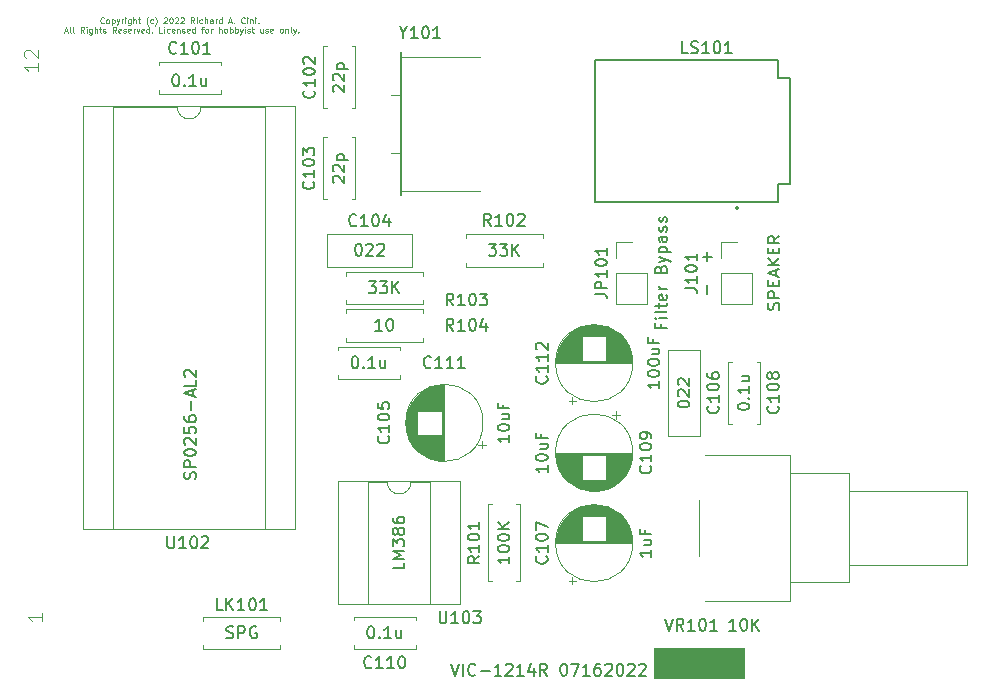
<source format=gto>
%TF.GenerationSoftware,KiCad,Pcbnew,(6.0.4-0)*%
%TF.CreationDate,2022-09-19T22:18:13-04:00*%
%TF.ProjectId,VIC1214Reloaded-1.0-001,56494331-3231-4345-9265-6c6f61646564,rev?*%
%TF.SameCoordinates,Original*%
%TF.FileFunction,Legend,Top*%
%TF.FilePolarity,Positive*%
%FSLAX46Y46*%
G04 Gerber Fmt 4.6, Leading zero omitted, Abs format (unit mm)*
G04 Created by KiCad (PCBNEW (6.0.4-0)) date 2022-09-19 22:18:13*
%MOMM*%
%LPD*%
G01*
G04 APERTURE LIST*
%ADD10C,0.100000*%
%ADD11C,0.150000*%
%ADD12C,0.170000*%
%ADD13C,0.101600*%
%ADD14C,0.120000*%
%ADD15C,0.127000*%
%ADD16C,0.200000*%
G04 APERTURE END LIST*
D10*
G36*
X128270000Y-128270000D02*
G01*
X120650000Y-128270000D01*
X120650000Y-125730000D01*
X128270000Y-125730000D01*
X128270000Y-128270000D01*
G37*
X128270000Y-128270000D02*
X120650000Y-128270000D01*
X120650000Y-125730000D01*
X128270000Y-125730000D01*
X128270000Y-128270000D01*
D11*
X103474285Y-127087380D02*
X103807619Y-128087380D01*
X104140952Y-127087380D01*
X104474285Y-128087380D02*
X104474285Y-127087380D01*
X105521904Y-127992142D02*
X105474285Y-128039761D01*
X105331428Y-128087380D01*
X105236190Y-128087380D01*
X105093333Y-128039761D01*
X104998095Y-127944523D01*
X104950476Y-127849285D01*
X104902857Y-127658809D01*
X104902857Y-127515952D01*
X104950476Y-127325476D01*
X104998095Y-127230238D01*
X105093333Y-127135000D01*
X105236190Y-127087380D01*
X105331428Y-127087380D01*
X105474285Y-127135000D01*
X105521904Y-127182619D01*
X105950476Y-127706428D02*
X106712380Y-127706428D01*
X107712380Y-128087380D02*
X107140952Y-128087380D01*
X107426666Y-128087380D02*
X107426666Y-127087380D01*
X107331428Y-127230238D01*
X107236190Y-127325476D01*
X107140952Y-127373095D01*
X108093333Y-127182619D02*
X108140952Y-127135000D01*
X108236190Y-127087380D01*
X108474285Y-127087380D01*
X108569523Y-127135000D01*
X108617142Y-127182619D01*
X108664761Y-127277857D01*
X108664761Y-127373095D01*
X108617142Y-127515952D01*
X108045714Y-128087380D01*
X108664761Y-128087380D01*
X109617142Y-128087380D02*
X109045714Y-128087380D01*
X109331428Y-128087380D02*
X109331428Y-127087380D01*
X109236190Y-127230238D01*
X109140952Y-127325476D01*
X109045714Y-127373095D01*
X110474285Y-127420714D02*
X110474285Y-128087380D01*
X110236190Y-127039761D02*
X109998095Y-127754047D01*
X110617142Y-127754047D01*
X111569523Y-128087380D02*
X111236190Y-127611190D01*
X110998095Y-128087380D02*
X110998095Y-127087380D01*
X111379047Y-127087380D01*
X111474285Y-127135000D01*
X111521904Y-127182619D01*
X111569523Y-127277857D01*
X111569523Y-127420714D01*
X111521904Y-127515952D01*
X111474285Y-127563571D01*
X111379047Y-127611190D01*
X110998095Y-127611190D01*
X112950476Y-127087380D02*
X113045714Y-127087380D01*
X113140952Y-127135000D01*
X113188571Y-127182619D01*
X113236190Y-127277857D01*
X113283809Y-127468333D01*
X113283809Y-127706428D01*
X113236190Y-127896904D01*
X113188571Y-127992142D01*
X113140952Y-128039761D01*
X113045714Y-128087380D01*
X112950476Y-128087380D01*
X112855238Y-128039761D01*
X112807619Y-127992142D01*
X112760000Y-127896904D01*
X112712380Y-127706428D01*
X112712380Y-127468333D01*
X112760000Y-127277857D01*
X112807619Y-127182619D01*
X112855238Y-127135000D01*
X112950476Y-127087380D01*
X113617142Y-127087380D02*
X114283809Y-127087380D01*
X113855238Y-128087380D01*
X115188571Y-128087380D02*
X114617142Y-128087380D01*
X114902857Y-128087380D02*
X114902857Y-127087380D01*
X114807619Y-127230238D01*
X114712380Y-127325476D01*
X114617142Y-127373095D01*
X116045714Y-127087380D02*
X115855238Y-127087380D01*
X115759999Y-127135000D01*
X115712380Y-127182619D01*
X115617142Y-127325476D01*
X115569523Y-127515952D01*
X115569523Y-127896904D01*
X115617142Y-127992142D01*
X115664761Y-128039761D01*
X115759999Y-128087380D01*
X115950476Y-128087380D01*
X116045714Y-128039761D01*
X116093333Y-127992142D01*
X116140952Y-127896904D01*
X116140952Y-127658809D01*
X116093333Y-127563571D01*
X116045714Y-127515952D01*
X115950476Y-127468333D01*
X115759999Y-127468333D01*
X115664761Y-127515952D01*
X115617142Y-127563571D01*
X115569523Y-127658809D01*
X116521904Y-127182619D02*
X116569523Y-127135000D01*
X116664761Y-127087380D01*
X116902857Y-127087380D01*
X116998095Y-127135000D01*
X117045714Y-127182619D01*
X117093333Y-127277857D01*
X117093333Y-127373095D01*
X117045714Y-127515952D01*
X116474285Y-128087380D01*
X117093333Y-128087380D01*
X117712380Y-127087380D02*
X117807619Y-127087380D01*
X117902857Y-127135000D01*
X117950476Y-127182619D01*
X117998095Y-127277857D01*
X118045714Y-127468333D01*
X118045714Y-127706428D01*
X117998095Y-127896904D01*
X117950476Y-127992142D01*
X117902857Y-128039761D01*
X117807619Y-128087380D01*
X117712380Y-128087380D01*
X117617142Y-128039761D01*
X117569523Y-127992142D01*
X117521904Y-127896904D01*
X117474285Y-127706428D01*
X117474285Y-127468333D01*
X117521904Y-127277857D01*
X117569523Y-127182619D01*
X117617142Y-127135000D01*
X117712380Y-127087380D01*
X118426666Y-127182619D02*
X118474285Y-127135000D01*
X118569523Y-127087380D01*
X118807619Y-127087380D01*
X118902857Y-127135000D01*
X118950476Y-127182619D01*
X118998095Y-127277857D01*
X118998095Y-127373095D01*
X118950476Y-127515952D01*
X118379047Y-128087380D01*
X118998095Y-128087380D01*
X119379047Y-127182619D02*
X119426666Y-127135000D01*
X119521904Y-127087380D01*
X119759999Y-127087380D01*
X119855238Y-127135000D01*
X119902857Y-127182619D01*
X119950476Y-127277857D01*
X119950476Y-127373095D01*
X119902857Y-127515952D01*
X119331428Y-128087380D01*
X119950476Y-128087380D01*
D12*
X125166428Y-95741904D02*
X125166428Y-94980000D01*
X125166428Y-92980000D02*
X125166428Y-92218095D01*
X125547380Y-92599047D02*
X124785476Y-92599047D01*
D11*
X84439285Y-124864761D02*
X84582142Y-124912380D01*
X84820238Y-124912380D01*
X84915476Y-124864761D01*
X84963095Y-124817142D01*
X85010714Y-124721904D01*
X85010714Y-124626666D01*
X84963095Y-124531428D01*
X84915476Y-124483809D01*
X84820238Y-124436190D01*
X84629761Y-124388571D01*
X84534523Y-124340952D01*
X84486904Y-124293333D01*
X84439285Y-124198095D01*
X84439285Y-124102857D01*
X84486904Y-124007619D01*
X84534523Y-123960000D01*
X84629761Y-123912380D01*
X84867857Y-123912380D01*
X85010714Y-123960000D01*
X85439285Y-124912380D02*
X85439285Y-123912380D01*
X85820238Y-123912380D01*
X85915476Y-123960000D01*
X85963095Y-124007619D01*
X86010714Y-124102857D01*
X86010714Y-124245714D01*
X85963095Y-124340952D01*
X85915476Y-124388571D01*
X85820238Y-124436190D01*
X85439285Y-124436190D01*
X86963095Y-123960000D02*
X86867857Y-123912380D01*
X86725000Y-123912380D01*
X86582142Y-123960000D01*
X86486904Y-124055238D01*
X86439285Y-124150476D01*
X86391666Y-124340952D01*
X86391666Y-124483809D01*
X86439285Y-124674285D01*
X86486904Y-124769523D01*
X86582142Y-124864761D01*
X86725000Y-124912380D01*
X86820238Y-124912380D01*
X86963095Y-124864761D01*
X87010714Y-124817142D01*
X87010714Y-124483809D01*
X86820238Y-124483809D01*
D10*
X74061666Y-72801071D02*
X74037857Y-72824880D01*
X73966428Y-72848690D01*
X73918809Y-72848690D01*
X73847380Y-72824880D01*
X73799761Y-72777261D01*
X73775952Y-72729642D01*
X73752142Y-72634404D01*
X73752142Y-72562976D01*
X73775952Y-72467738D01*
X73799761Y-72420119D01*
X73847380Y-72372500D01*
X73918809Y-72348690D01*
X73966428Y-72348690D01*
X74037857Y-72372500D01*
X74061666Y-72396309D01*
X74347380Y-72848690D02*
X74299761Y-72824880D01*
X74275952Y-72801071D01*
X74252142Y-72753452D01*
X74252142Y-72610595D01*
X74275952Y-72562976D01*
X74299761Y-72539166D01*
X74347380Y-72515357D01*
X74418809Y-72515357D01*
X74466428Y-72539166D01*
X74490238Y-72562976D01*
X74514047Y-72610595D01*
X74514047Y-72753452D01*
X74490238Y-72801071D01*
X74466428Y-72824880D01*
X74418809Y-72848690D01*
X74347380Y-72848690D01*
X74728333Y-72515357D02*
X74728333Y-73015357D01*
X74728333Y-72539166D02*
X74775952Y-72515357D01*
X74871190Y-72515357D01*
X74918809Y-72539166D01*
X74942619Y-72562976D01*
X74966428Y-72610595D01*
X74966428Y-72753452D01*
X74942619Y-72801071D01*
X74918809Y-72824880D01*
X74871190Y-72848690D01*
X74775952Y-72848690D01*
X74728333Y-72824880D01*
X75133095Y-72515357D02*
X75252142Y-72848690D01*
X75371190Y-72515357D02*
X75252142Y-72848690D01*
X75204523Y-72967738D01*
X75180714Y-72991547D01*
X75133095Y-73015357D01*
X75561666Y-72848690D02*
X75561666Y-72515357D01*
X75561666Y-72610595D02*
X75585476Y-72562976D01*
X75609285Y-72539166D01*
X75656904Y-72515357D01*
X75704523Y-72515357D01*
X75871190Y-72848690D02*
X75871190Y-72515357D01*
X75871190Y-72348690D02*
X75847380Y-72372500D01*
X75871190Y-72396309D01*
X75895000Y-72372500D01*
X75871190Y-72348690D01*
X75871190Y-72396309D01*
X76323571Y-72515357D02*
X76323571Y-72920119D01*
X76299761Y-72967738D01*
X76275952Y-72991547D01*
X76228333Y-73015357D01*
X76156904Y-73015357D01*
X76109285Y-72991547D01*
X76323571Y-72824880D02*
X76275952Y-72848690D01*
X76180714Y-72848690D01*
X76133095Y-72824880D01*
X76109285Y-72801071D01*
X76085476Y-72753452D01*
X76085476Y-72610595D01*
X76109285Y-72562976D01*
X76133095Y-72539166D01*
X76180714Y-72515357D01*
X76275952Y-72515357D01*
X76323571Y-72539166D01*
X76561666Y-72848690D02*
X76561666Y-72348690D01*
X76775952Y-72848690D02*
X76775952Y-72586785D01*
X76752142Y-72539166D01*
X76704523Y-72515357D01*
X76633095Y-72515357D01*
X76585476Y-72539166D01*
X76561666Y-72562976D01*
X76942619Y-72515357D02*
X77133095Y-72515357D01*
X77014047Y-72348690D02*
X77014047Y-72777261D01*
X77037857Y-72824880D01*
X77085476Y-72848690D01*
X77133095Y-72848690D01*
X77823571Y-73039166D02*
X77799761Y-73015357D01*
X77752142Y-72943928D01*
X77728333Y-72896309D01*
X77704523Y-72824880D01*
X77680714Y-72705833D01*
X77680714Y-72610595D01*
X77704523Y-72491547D01*
X77728333Y-72420119D01*
X77752142Y-72372500D01*
X77799761Y-72301071D01*
X77823571Y-72277261D01*
X78228333Y-72824880D02*
X78180714Y-72848690D01*
X78085476Y-72848690D01*
X78037857Y-72824880D01*
X78014047Y-72801071D01*
X77990238Y-72753452D01*
X77990238Y-72610595D01*
X78014047Y-72562976D01*
X78037857Y-72539166D01*
X78085476Y-72515357D01*
X78180714Y-72515357D01*
X78228333Y-72539166D01*
X78395000Y-73039166D02*
X78418809Y-73015357D01*
X78466428Y-72943928D01*
X78490238Y-72896309D01*
X78514047Y-72824880D01*
X78537857Y-72705833D01*
X78537857Y-72610595D01*
X78514047Y-72491547D01*
X78490238Y-72420119D01*
X78466428Y-72372500D01*
X78418809Y-72301071D01*
X78395000Y-72277261D01*
X79133095Y-72396309D02*
X79156904Y-72372500D01*
X79204523Y-72348690D01*
X79323571Y-72348690D01*
X79371190Y-72372500D01*
X79395000Y-72396309D01*
X79418809Y-72443928D01*
X79418809Y-72491547D01*
X79395000Y-72562976D01*
X79109285Y-72848690D01*
X79418809Y-72848690D01*
X79728333Y-72348690D02*
X79775952Y-72348690D01*
X79823571Y-72372500D01*
X79847380Y-72396309D01*
X79871190Y-72443928D01*
X79895000Y-72539166D01*
X79895000Y-72658214D01*
X79871190Y-72753452D01*
X79847380Y-72801071D01*
X79823571Y-72824880D01*
X79775952Y-72848690D01*
X79728333Y-72848690D01*
X79680714Y-72824880D01*
X79656904Y-72801071D01*
X79633095Y-72753452D01*
X79609285Y-72658214D01*
X79609285Y-72539166D01*
X79633095Y-72443928D01*
X79656904Y-72396309D01*
X79680714Y-72372500D01*
X79728333Y-72348690D01*
X80085476Y-72396309D02*
X80109285Y-72372500D01*
X80156904Y-72348690D01*
X80275952Y-72348690D01*
X80323571Y-72372500D01*
X80347380Y-72396309D01*
X80371190Y-72443928D01*
X80371190Y-72491547D01*
X80347380Y-72562976D01*
X80061666Y-72848690D01*
X80371190Y-72848690D01*
X80561666Y-72396309D02*
X80585476Y-72372500D01*
X80633095Y-72348690D01*
X80752142Y-72348690D01*
X80799761Y-72372500D01*
X80823571Y-72396309D01*
X80847380Y-72443928D01*
X80847380Y-72491547D01*
X80823571Y-72562976D01*
X80537857Y-72848690D01*
X80847380Y-72848690D01*
X81728333Y-72848690D02*
X81561666Y-72610595D01*
X81442619Y-72848690D02*
X81442619Y-72348690D01*
X81633095Y-72348690D01*
X81680714Y-72372500D01*
X81704523Y-72396309D01*
X81728333Y-72443928D01*
X81728333Y-72515357D01*
X81704523Y-72562976D01*
X81680714Y-72586785D01*
X81633095Y-72610595D01*
X81442619Y-72610595D01*
X81942619Y-72848690D02*
X81942619Y-72515357D01*
X81942619Y-72348690D02*
X81918809Y-72372500D01*
X81942619Y-72396309D01*
X81966428Y-72372500D01*
X81942619Y-72348690D01*
X81942619Y-72396309D01*
X82395000Y-72824880D02*
X82347380Y-72848690D01*
X82252142Y-72848690D01*
X82204523Y-72824880D01*
X82180714Y-72801071D01*
X82156904Y-72753452D01*
X82156904Y-72610595D01*
X82180714Y-72562976D01*
X82204523Y-72539166D01*
X82252142Y-72515357D01*
X82347380Y-72515357D01*
X82395000Y-72539166D01*
X82609285Y-72848690D02*
X82609285Y-72348690D01*
X82823571Y-72848690D02*
X82823571Y-72586785D01*
X82799761Y-72539166D01*
X82752142Y-72515357D01*
X82680714Y-72515357D01*
X82633095Y-72539166D01*
X82609285Y-72562976D01*
X83275952Y-72848690D02*
X83275952Y-72586785D01*
X83252142Y-72539166D01*
X83204523Y-72515357D01*
X83109285Y-72515357D01*
X83061666Y-72539166D01*
X83275952Y-72824880D02*
X83228333Y-72848690D01*
X83109285Y-72848690D01*
X83061666Y-72824880D01*
X83037857Y-72777261D01*
X83037857Y-72729642D01*
X83061666Y-72682023D01*
X83109285Y-72658214D01*
X83228333Y-72658214D01*
X83275952Y-72634404D01*
X83514047Y-72848690D02*
X83514047Y-72515357D01*
X83514047Y-72610595D02*
X83537857Y-72562976D01*
X83561666Y-72539166D01*
X83609285Y-72515357D01*
X83656904Y-72515357D01*
X84037857Y-72848690D02*
X84037857Y-72348690D01*
X84037857Y-72824880D02*
X83990238Y-72848690D01*
X83895000Y-72848690D01*
X83847380Y-72824880D01*
X83823571Y-72801071D01*
X83799761Y-72753452D01*
X83799761Y-72610595D01*
X83823571Y-72562976D01*
X83847380Y-72539166D01*
X83895000Y-72515357D01*
X83990238Y-72515357D01*
X84037857Y-72539166D01*
X84633095Y-72705833D02*
X84871190Y-72705833D01*
X84585476Y-72848690D02*
X84752142Y-72348690D01*
X84918809Y-72848690D01*
X85085476Y-72801071D02*
X85109285Y-72824880D01*
X85085476Y-72848690D01*
X85061666Y-72824880D01*
X85085476Y-72801071D01*
X85085476Y-72848690D01*
X85990238Y-72801071D02*
X85966428Y-72824880D01*
X85895000Y-72848690D01*
X85847380Y-72848690D01*
X85775952Y-72824880D01*
X85728333Y-72777261D01*
X85704523Y-72729642D01*
X85680714Y-72634404D01*
X85680714Y-72562976D01*
X85704523Y-72467738D01*
X85728333Y-72420119D01*
X85775952Y-72372500D01*
X85847380Y-72348690D01*
X85895000Y-72348690D01*
X85966428Y-72372500D01*
X85990238Y-72396309D01*
X86204523Y-72848690D02*
X86204523Y-72515357D01*
X86204523Y-72348690D02*
X86180714Y-72372500D01*
X86204523Y-72396309D01*
X86228333Y-72372500D01*
X86204523Y-72348690D01*
X86204523Y-72396309D01*
X86442619Y-72515357D02*
X86442619Y-72848690D01*
X86442619Y-72562976D02*
X86466428Y-72539166D01*
X86514047Y-72515357D01*
X86585476Y-72515357D01*
X86633095Y-72539166D01*
X86656904Y-72586785D01*
X86656904Y-72848690D01*
X86895000Y-72848690D02*
X86895000Y-72515357D01*
X86895000Y-72348690D02*
X86871190Y-72372500D01*
X86895000Y-72396309D01*
X86918809Y-72372500D01*
X86895000Y-72348690D01*
X86895000Y-72396309D01*
X87133095Y-72801071D02*
X87156904Y-72824880D01*
X87133095Y-72848690D01*
X87109285Y-72824880D01*
X87133095Y-72801071D01*
X87133095Y-72848690D01*
X70740238Y-73510833D02*
X70978333Y-73510833D01*
X70692619Y-73653690D02*
X70859285Y-73153690D01*
X71025952Y-73653690D01*
X71264047Y-73653690D02*
X71216428Y-73629880D01*
X71192619Y-73582261D01*
X71192619Y-73153690D01*
X71525952Y-73653690D02*
X71478333Y-73629880D01*
X71454523Y-73582261D01*
X71454523Y-73153690D01*
X72383095Y-73653690D02*
X72216428Y-73415595D01*
X72097380Y-73653690D02*
X72097380Y-73153690D01*
X72287857Y-73153690D01*
X72335476Y-73177500D01*
X72359285Y-73201309D01*
X72383095Y-73248928D01*
X72383095Y-73320357D01*
X72359285Y-73367976D01*
X72335476Y-73391785D01*
X72287857Y-73415595D01*
X72097380Y-73415595D01*
X72597380Y-73653690D02*
X72597380Y-73320357D01*
X72597380Y-73153690D02*
X72573571Y-73177500D01*
X72597380Y-73201309D01*
X72621190Y-73177500D01*
X72597380Y-73153690D01*
X72597380Y-73201309D01*
X73049761Y-73320357D02*
X73049761Y-73725119D01*
X73025952Y-73772738D01*
X73002142Y-73796547D01*
X72954523Y-73820357D01*
X72883095Y-73820357D01*
X72835476Y-73796547D01*
X73049761Y-73629880D02*
X73002142Y-73653690D01*
X72906904Y-73653690D01*
X72859285Y-73629880D01*
X72835476Y-73606071D01*
X72811666Y-73558452D01*
X72811666Y-73415595D01*
X72835476Y-73367976D01*
X72859285Y-73344166D01*
X72906904Y-73320357D01*
X73002142Y-73320357D01*
X73049761Y-73344166D01*
X73287857Y-73653690D02*
X73287857Y-73153690D01*
X73502142Y-73653690D02*
X73502142Y-73391785D01*
X73478333Y-73344166D01*
X73430714Y-73320357D01*
X73359285Y-73320357D01*
X73311666Y-73344166D01*
X73287857Y-73367976D01*
X73668809Y-73320357D02*
X73859285Y-73320357D01*
X73740238Y-73153690D02*
X73740238Y-73582261D01*
X73764047Y-73629880D01*
X73811666Y-73653690D01*
X73859285Y-73653690D01*
X74002142Y-73629880D02*
X74049761Y-73653690D01*
X74145000Y-73653690D01*
X74192619Y-73629880D01*
X74216428Y-73582261D01*
X74216428Y-73558452D01*
X74192619Y-73510833D01*
X74145000Y-73487023D01*
X74073571Y-73487023D01*
X74025952Y-73463214D01*
X74002142Y-73415595D01*
X74002142Y-73391785D01*
X74025952Y-73344166D01*
X74073571Y-73320357D01*
X74145000Y-73320357D01*
X74192619Y-73344166D01*
X75097380Y-73653690D02*
X74930714Y-73415595D01*
X74811666Y-73653690D02*
X74811666Y-73153690D01*
X75002142Y-73153690D01*
X75049761Y-73177500D01*
X75073571Y-73201309D01*
X75097380Y-73248928D01*
X75097380Y-73320357D01*
X75073571Y-73367976D01*
X75049761Y-73391785D01*
X75002142Y-73415595D01*
X74811666Y-73415595D01*
X75502142Y-73629880D02*
X75454523Y-73653690D01*
X75359285Y-73653690D01*
X75311666Y-73629880D01*
X75287857Y-73582261D01*
X75287857Y-73391785D01*
X75311666Y-73344166D01*
X75359285Y-73320357D01*
X75454523Y-73320357D01*
X75502142Y-73344166D01*
X75525952Y-73391785D01*
X75525952Y-73439404D01*
X75287857Y-73487023D01*
X75716428Y-73629880D02*
X75764047Y-73653690D01*
X75859285Y-73653690D01*
X75906904Y-73629880D01*
X75930714Y-73582261D01*
X75930714Y-73558452D01*
X75906904Y-73510833D01*
X75859285Y-73487023D01*
X75787857Y-73487023D01*
X75740238Y-73463214D01*
X75716428Y-73415595D01*
X75716428Y-73391785D01*
X75740238Y-73344166D01*
X75787857Y-73320357D01*
X75859285Y-73320357D01*
X75906904Y-73344166D01*
X76335476Y-73629880D02*
X76287857Y-73653690D01*
X76192619Y-73653690D01*
X76145000Y-73629880D01*
X76121190Y-73582261D01*
X76121190Y-73391785D01*
X76145000Y-73344166D01*
X76192619Y-73320357D01*
X76287857Y-73320357D01*
X76335476Y-73344166D01*
X76359285Y-73391785D01*
X76359285Y-73439404D01*
X76121190Y-73487023D01*
X76573571Y-73653690D02*
X76573571Y-73320357D01*
X76573571Y-73415595D02*
X76597380Y-73367976D01*
X76621190Y-73344166D01*
X76668809Y-73320357D01*
X76716428Y-73320357D01*
X76835476Y-73320357D02*
X76954523Y-73653690D01*
X77073571Y-73320357D01*
X77454523Y-73629880D02*
X77406904Y-73653690D01*
X77311666Y-73653690D01*
X77264047Y-73629880D01*
X77240238Y-73582261D01*
X77240238Y-73391785D01*
X77264047Y-73344166D01*
X77311666Y-73320357D01*
X77406904Y-73320357D01*
X77454523Y-73344166D01*
X77478333Y-73391785D01*
X77478333Y-73439404D01*
X77240238Y-73487023D01*
X77906904Y-73653690D02*
X77906904Y-73153690D01*
X77906904Y-73629880D02*
X77859285Y-73653690D01*
X77764047Y-73653690D01*
X77716428Y-73629880D01*
X77692619Y-73606071D01*
X77668809Y-73558452D01*
X77668809Y-73415595D01*
X77692619Y-73367976D01*
X77716428Y-73344166D01*
X77764047Y-73320357D01*
X77859285Y-73320357D01*
X77906904Y-73344166D01*
X78145000Y-73606071D02*
X78168809Y-73629880D01*
X78145000Y-73653690D01*
X78121190Y-73629880D01*
X78145000Y-73606071D01*
X78145000Y-73653690D01*
X79002142Y-73653690D02*
X78764047Y-73653690D01*
X78764047Y-73153690D01*
X79168809Y-73653690D02*
X79168809Y-73320357D01*
X79168809Y-73153690D02*
X79145000Y-73177500D01*
X79168809Y-73201309D01*
X79192619Y-73177500D01*
X79168809Y-73153690D01*
X79168809Y-73201309D01*
X79621190Y-73629880D02*
X79573571Y-73653690D01*
X79478333Y-73653690D01*
X79430714Y-73629880D01*
X79406904Y-73606071D01*
X79383095Y-73558452D01*
X79383095Y-73415595D01*
X79406904Y-73367976D01*
X79430714Y-73344166D01*
X79478333Y-73320357D01*
X79573571Y-73320357D01*
X79621190Y-73344166D01*
X80025952Y-73629880D02*
X79978333Y-73653690D01*
X79883095Y-73653690D01*
X79835476Y-73629880D01*
X79811666Y-73582261D01*
X79811666Y-73391785D01*
X79835476Y-73344166D01*
X79883095Y-73320357D01*
X79978333Y-73320357D01*
X80025952Y-73344166D01*
X80049761Y-73391785D01*
X80049761Y-73439404D01*
X79811666Y-73487023D01*
X80264047Y-73320357D02*
X80264047Y-73653690D01*
X80264047Y-73367976D02*
X80287857Y-73344166D01*
X80335476Y-73320357D01*
X80406904Y-73320357D01*
X80454523Y-73344166D01*
X80478333Y-73391785D01*
X80478333Y-73653690D01*
X80692619Y-73629880D02*
X80740238Y-73653690D01*
X80835476Y-73653690D01*
X80883095Y-73629880D01*
X80906904Y-73582261D01*
X80906904Y-73558452D01*
X80883095Y-73510833D01*
X80835476Y-73487023D01*
X80764047Y-73487023D01*
X80716428Y-73463214D01*
X80692619Y-73415595D01*
X80692619Y-73391785D01*
X80716428Y-73344166D01*
X80764047Y-73320357D01*
X80835476Y-73320357D01*
X80883095Y-73344166D01*
X81311666Y-73629880D02*
X81264047Y-73653690D01*
X81168809Y-73653690D01*
X81121190Y-73629880D01*
X81097380Y-73582261D01*
X81097380Y-73391785D01*
X81121190Y-73344166D01*
X81168809Y-73320357D01*
X81264047Y-73320357D01*
X81311666Y-73344166D01*
X81335476Y-73391785D01*
X81335476Y-73439404D01*
X81097380Y-73487023D01*
X81764047Y-73653690D02*
X81764047Y-73153690D01*
X81764047Y-73629880D02*
X81716428Y-73653690D01*
X81621190Y-73653690D01*
X81573571Y-73629880D01*
X81549761Y-73606071D01*
X81525952Y-73558452D01*
X81525952Y-73415595D01*
X81549761Y-73367976D01*
X81573571Y-73344166D01*
X81621190Y-73320357D01*
X81716428Y-73320357D01*
X81764047Y-73344166D01*
X82311666Y-73320357D02*
X82502142Y-73320357D01*
X82383095Y-73653690D02*
X82383095Y-73225119D01*
X82406904Y-73177500D01*
X82454523Y-73153690D01*
X82502142Y-73153690D01*
X82740238Y-73653690D02*
X82692619Y-73629880D01*
X82668809Y-73606071D01*
X82645000Y-73558452D01*
X82645000Y-73415595D01*
X82668809Y-73367976D01*
X82692619Y-73344166D01*
X82740238Y-73320357D01*
X82811666Y-73320357D01*
X82859285Y-73344166D01*
X82883095Y-73367976D01*
X82906904Y-73415595D01*
X82906904Y-73558452D01*
X82883095Y-73606071D01*
X82859285Y-73629880D01*
X82811666Y-73653690D01*
X82740238Y-73653690D01*
X83121190Y-73653690D02*
X83121190Y-73320357D01*
X83121190Y-73415595D02*
X83145000Y-73367976D01*
X83168809Y-73344166D01*
X83216428Y-73320357D01*
X83264047Y-73320357D01*
X83811666Y-73653690D02*
X83811666Y-73153690D01*
X84025952Y-73653690D02*
X84025952Y-73391785D01*
X84002142Y-73344166D01*
X83954523Y-73320357D01*
X83883095Y-73320357D01*
X83835476Y-73344166D01*
X83811666Y-73367976D01*
X84335476Y-73653690D02*
X84287857Y-73629880D01*
X84264047Y-73606071D01*
X84240238Y-73558452D01*
X84240238Y-73415595D01*
X84264047Y-73367976D01*
X84287857Y-73344166D01*
X84335476Y-73320357D01*
X84406904Y-73320357D01*
X84454523Y-73344166D01*
X84478333Y-73367976D01*
X84502142Y-73415595D01*
X84502142Y-73558452D01*
X84478333Y-73606071D01*
X84454523Y-73629880D01*
X84406904Y-73653690D01*
X84335476Y-73653690D01*
X84716428Y-73653690D02*
X84716428Y-73153690D01*
X84716428Y-73344166D02*
X84764047Y-73320357D01*
X84859285Y-73320357D01*
X84906904Y-73344166D01*
X84930714Y-73367976D01*
X84954523Y-73415595D01*
X84954523Y-73558452D01*
X84930714Y-73606071D01*
X84906904Y-73629880D01*
X84859285Y-73653690D01*
X84764047Y-73653690D01*
X84716428Y-73629880D01*
X85168809Y-73653690D02*
X85168809Y-73153690D01*
X85168809Y-73344166D02*
X85216428Y-73320357D01*
X85311666Y-73320357D01*
X85359285Y-73344166D01*
X85383095Y-73367976D01*
X85406904Y-73415595D01*
X85406904Y-73558452D01*
X85383095Y-73606071D01*
X85359285Y-73629880D01*
X85311666Y-73653690D01*
X85216428Y-73653690D01*
X85168809Y-73629880D01*
X85573571Y-73320357D02*
X85692619Y-73653690D01*
X85811666Y-73320357D02*
X85692619Y-73653690D01*
X85645000Y-73772738D01*
X85621190Y-73796547D01*
X85573571Y-73820357D01*
X86002142Y-73653690D02*
X86002142Y-73320357D01*
X86002142Y-73153690D02*
X85978333Y-73177500D01*
X86002142Y-73201309D01*
X86025952Y-73177500D01*
X86002142Y-73153690D01*
X86002142Y-73201309D01*
X86216428Y-73629880D02*
X86264047Y-73653690D01*
X86359285Y-73653690D01*
X86406904Y-73629880D01*
X86430714Y-73582261D01*
X86430714Y-73558452D01*
X86406904Y-73510833D01*
X86359285Y-73487023D01*
X86287857Y-73487023D01*
X86240238Y-73463214D01*
X86216428Y-73415595D01*
X86216428Y-73391785D01*
X86240238Y-73344166D01*
X86287857Y-73320357D01*
X86359285Y-73320357D01*
X86406904Y-73344166D01*
X86573571Y-73320357D02*
X86764047Y-73320357D01*
X86645000Y-73153690D02*
X86645000Y-73582261D01*
X86668809Y-73629880D01*
X86716428Y-73653690D01*
X86764047Y-73653690D01*
X87525952Y-73320357D02*
X87525952Y-73653690D01*
X87311666Y-73320357D02*
X87311666Y-73582261D01*
X87335476Y-73629880D01*
X87383095Y-73653690D01*
X87454523Y-73653690D01*
X87502142Y-73629880D01*
X87525952Y-73606071D01*
X87740238Y-73629880D02*
X87787857Y-73653690D01*
X87883095Y-73653690D01*
X87930714Y-73629880D01*
X87954523Y-73582261D01*
X87954523Y-73558452D01*
X87930714Y-73510833D01*
X87883095Y-73487023D01*
X87811666Y-73487023D01*
X87764047Y-73463214D01*
X87740238Y-73415595D01*
X87740238Y-73391785D01*
X87764047Y-73344166D01*
X87811666Y-73320357D01*
X87883095Y-73320357D01*
X87930714Y-73344166D01*
X88359285Y-73629880D02*
X88311666Y-73653690D01*
X88216428Y-73653690D01*
X88168809Y-73629880D01*
X88145000Y-73582261D01*
X88145000Y-73391785D01*
X88168809Y-73344166D01*
X88216428Y-73320357D01*
X88311666Y-73320357D01*
X88359285Y-73344166D01*
X88383095Y-73391785D01*
X88383095Y-73439404D01*
X88145000Y-73487023D01*
X89049761Y-73653690D02*
X89002142Y-73629880D01*
X88978333Y-73606071D01*
X88954523Y-73558452D01*
X88954523Y-73415595D01*
X88978333Y-73367976D01*
X89002142Y-73344166D01*
X89049761Y-73320357D01*
X89121190Y-73320357D01*
X89168809Y-73344166D01*
X89192619Y-73367976D01*
X89216428Y-73415595D01*
X89216428Y-73558452D01*
X89192619Y-73606071D01*
X89168809Y-73629880D01*
X89121190Y-73653690D01*
X89049761Y-73653690D01*
X89430714Y-73320357D02*
X89430714Y-73653690D01*
X89430714Y-73367976D02*
X89454523Y-73344166D01*
X89502142Y-73320357D01*
X89573571Y-73320357D01*
X89621190Y-73344166D01*
X89644999Y-73391785D01*
X89644999Y-73653690D01*
X89954523Y-73653690D02*
X89906904Y-73629880D01*
X89883095Y-73582261D01*
X89883095Y-73153690D01*
X90097380Y-73320357D02*
X90216428Y-73653690D01*
X90335476Y-73320357D02*
X90216428Y-73653690D01*
X90168809Y-73772738D01*
X90144999Y-73796547D01*
X90097380Y-73820357D01*
X90525952Y-73606071D02*
X90549761Y-73629880D01*
X90525952Y-73653690D01*
X90502142Y-73629880D01*
X90525952Y-73606071D01*
X90525952Y-73653690D01*
D11*
%TO.C,C108*%
X131127142Y-105259047D02*
X131174761Y-105306666D01*
X131222380Y-105449523D01*
X131222380Y-105544761D01*
X131174761Y-105687619D01*
X131079523Y-105782857D01*
X130984285Y-105830476D01*
X130793809Y-105878095D01*
X130650952Y-105878095D01*
X130460476Y-105830476D01*
X130365238Y-105782857D01*
X130270000Y-105687619D01*
X130222380Y-105544761D01*
X130222380Y-105449523D01*
X130270000Y-105306666D01*
X130317619Y-105259047D01*
X131222380Y-104306666D02*
X131222380Y-104878095D01*
X131222380Y-104592380D02*
X130222380Y-104592380D01*
X130365238Y-104687619D01*
X130460476Y-104782857D01*
X130508095Y-104878095D01*
X130222380Y-103687619D02*
X130222380Y-103592380D01*
X130270000Y-103497142D01*
X130317619Y-103449523D01*
X130412857Y-103401904D01*
X130603333Y-103354285D01*
X130841428Y-103354285D01*
X131031904Y-103401904D01*
X131127142Y-103449523D01*
X131174761Y-103497142D01*
X131222380Y-103592380D01*
X131222380Y-103687619D01*
X131174761Y-103782857D01*
X131127142Y-103830476D01*
X131031904Y-103878095D01*
X130841428Y-103925714D01*
X130603333Y-103925714D01*
X130412857Y-103878095D01*
X130317619Y-103830476D01*
X130270000Y-103782857D01*
X130222380Y-103687619D01*
X130650952Y-102782857D02*
X130603333Y-102878095D01*
X130555714Y-102925714D01*
X130460476Y-102973333D01*
X130412857Y-102973333D01*
X130317619Y-102925714D01*
X130270000Y-102878095D01*
X130222380Y-102782857D01*
X130222380Y-102592380D01*
X130270000Y-102497142D01*
X130317619Y-102449523D01*
X130412857Y-102401904D01*
X130460476Y-102401904D01*
X130555714Y-102449523D01*
X130603333Y-102497142D01*
X130650952Y-102592380D01*
X130650952Y-102782857D01*
X130698571Y-102878095D01*
X130746190Y-102925714D01*
X130841428Y-102973333D01*
X131031904Y-102973333D01*
X131127142Y-102925714D01*
X131174761Y-102878095D01*
X131222380Y-102782857D01*
X131222380Y-102592380D01*
X131174761Y-102497142D01*
X131127142Y-102449523D01*
X131031904Y-102401904D01*
X130841428Y-102401904D01*
X130746190Y-102449523D01*
X130698571Y-102497142D01*
X130650952Y-102592380D01*
X127722380Y-105354285D02*
X127722380Y-105259047D01*
X127770000Y-105163809D01*
X127817619Y-105116190D01*
X127912857Y-105068571D01*
X128103333Y-105020952D01*
X128341428Y-105020952D01*
X128531904Y-105068571D01*
X128627142Y-105116190D01*
X128674761Y-105163809D01*
X128722380Y-105259047D01*
X128722380Y-105354285D01*
X128674761Y-105449523D01*
X128627142Y-105497142D01*
X128531904Y-105544761D01*
X128341428Y-105592380D01*
X128103333Y-105592380D01*
X127912857Y-105544761D01*
X127817619Y-105497142D01*
X127770000Y-105449523D01*
X127722380Y-105354285D01*
X128627142Y-104592380D02*
X128674761Y-104544761D01*
X128722380Y-104592380D01*
X128674761Y-104640000D01*
X128627142Y-104592380D01*
X128722380Y-104592380D01*
X128722380Y-103592380D02*
X128722380Y-104163809D01*
X128722380Y-103878095D02*
X127722380Y-103878095D01*
X127865238Y-103973333D01*
X127960476Y-104068571D01*
X128008095Y-104163809D01*
X128055714Y-102735238D02*
X128722380Y-102735238D01*
X128055714Y-103163809D02*
X128579523Y-103163809D01*
X128674761Y-103116190D01*
X128722380Y-103020952D01*
X128722380Y-102878095D01*
X128674761Y-102782857D01*
X128627142Y-102735238D01*
%TO.C,C111*%
X101750952Y-101957142D02*
X101703333Y-102004761D01*
X101560476Y-102052380D01*
X101465238Y-102052380D01*
X101322380Y-102004761D01*
X101227142Y-101909523D01*
X101179523Y-101814285D01*
X101131904Y-101623809D01*
X101131904Y-101480952D01*
X101179523Y-101290476D01*
X101227142Y-101195238D01*
X101322380Y-101100000D01*
X101465238Y-101052380D01*
X101560476Y-101052380D01*
X101703333Y-101100000D01*
X101750952Y-101147619D01*
X102703333Y-102052380D02*
X102131904Y-102052380D01*
X102417619Y-102052380D02*
X102417619Y-101052380D01*
X102322380Y-101195238D01*
X102227142Y-101290476D01*
X102131904Y-101338095D01*
X103655714Y-102052380D02*
X103084285Y-102052380D01*
X103370000Y-102052380D02*
X103370000Y-101052380D01*
X103274761Y-101195238D01*
X103179523Y-101290476D01*
X103084285Y-101338095D01*
X104608095Y-102052380D02*
X104036666Y-102052380D01*
X104322380Y-102052380D02*
X104322380Y-101052380D01*
X104227142Y-101195238D01*
X104131904Y-101290476D01*
X104036666Y-101338095D01*
X95265714Y-101052380D02*
X95360952Y-101052380D01*
X95456190Y-101100000D01*
X95503809Y-101147619D01*
X95551428Y-101242857D01*
X95599047Y-101433333D01*
X95599047Y-101671428D01*
X95551428Y-101861904D01*
X95503809Y-101957142D01*
X95456190Y-102004761D01*
X95360952Y-102052380D01*
X95265714Y-102052380D01*
X95170476Y-102004761D01*
X95122857Y-101957142D01*
X95075238Y-101861904D01*
X95027619Y-101671428D01*
X95027619Y-101433333D01*
X95075238Y-101242857D01*
X95122857Y-101147619D01*
X95170476Y-101100000D01*
X95265714Y-101052380D01*
X96027619Y-101957142D02*
X96075238Y-102004761D01*
X96027619Y-102052380D01*
X95980000Y-102004761D01*
X96027619Y-101957142D01*
X96027619Y-102052380D01*
X97027619Y-102052380D02*
X96456190Y-102052380D01*
X96741904Y-102052380D02*
X96741904Y-101052380D01*
X96646666Y-101195238D01*
X96551428Y-101290476D01*
X96456190Y-101338095D01*
X97884761Y-101385714D02*
X97884761Y-102052380D01*
X97456190Y-101385714D02*
X97456190Y-101909523D01*
X97503809Y-102004761D01*
X97599047Y-102052380D01*
X97741904Y-102052380D01*
X97837142Y-102004761D01*
X97884761Y-101957142D01*
%TO.C,R104*%
X103655952Y-98877380D02*
X103322619Y-98401190D01*
X103084523Y-98877380D02*
X103084523Y-97877380D01*
X103465476Y-97877380D01*
X103560714Y-97925000D01*
X103608333Y-97972619D01*
X103655952Y-98067857D01*
X103655952Y-98210714D01*
X103608333Y-98305952D01*
X103560714Y-98353571D01*
X103465476Y-98401190D01*
X103084523Y-98401190D01*
X104608333Y-98877380D02*
X104036904Y-98877380D01*
X104322619Y-98877380D02*
X104322619Y-97877380D01*
X104227380Y-98020238D01*
X104132142Y-98115476D01*
X104036904Y-98163095D01*
X105227380Y-97877380D02*
X105322619Y-97877380D01*
X105417857Y-97925000D01*
X105465476Y-97972619D01*
X105513095Y-98067857D01*
X105560714Y-98258333D01*
X105560714Y-98496428D01*
X105513095Y-98686904D01*
X105465476Y-98782142D01*
X105417857Y-98829761D01*
X105322619Y-98877380D01*
X105227380Y-98877380D01*
X105132142Y-98829761D01*
X105084523Y-98782142D01*
X105036904Y-98686904D01*
X104989285Y-98496428D01*
X104989285Y-98258333D01*
X105036904Y-98067857D01*
X105084523Y-97972619D01*
X105132142Y-97925000D01*
X105227380Y-97877380D01*
X106417857Y-98210714D02*
X106417857Y-98877380D01*
X106179761Y-97829761D02*
X105941666Y-98544047D01*
X106560714Y-98544047D01*
X97599523Y-98877380D02*
X97028095Y-98877380D01*
X97313809Y-98877380D02*
X97313809Y-97877380D01*
X97218571Y-98020238D01*
X97123333Y-98115476D01*
X97028095Y-98163095D01*
X98218571Y-97877380D02*
X98313809Y-97877380D01*
X98409047Y-97925000D01*
X98456666Y-97972619D01*
X98504285Y-98067857D01*
X98551904Y-98258333D01*
X98551904Y-98496428D01*
X98504285Y-98686904D01*
X98456666Y-98782142D01*
X98409047Y-98829761D01*
X98313809Y-98877380D01*
X98218571Y-98877380D01*
X98123333Y-98829761D01*
X98075714Y-98782142D01*
X98028095Y-98686904D01*
X97980476Y-98496428D01*
X97980476Y-98258333D01*
X98028095Y-98067857D01*
X98075714Y-97972619D01*
X98123333Y-97925000D01*
X98218571Y-97877380D01*
%TO.C,U102*%
X79438714Y-116292380D02*
X79438714Y-117101904D01*
X79486333Y-117197142D01*
X79533952Y-117244761D01*
X79629190Y-117292380D01*
X79819666Y-117292380D01*
X79914904Y-117244761D01*
X79962523Y-117197142D01*
X80010142Y-117101904D01*
X80010142Y-116292380D01*
X81010142Y-117292380D02*
X80438714Y-117292380D01*
X80724428Y-117292380D02*
X80724428Y-116292380D01*
X80629190Y-116435238D01*
X80533952Y-116530476D01*
X80438714Y-116578095D01*
X81629190Y-116292380D02*
X81724428Y-116292380D01*
X81819666Y-116340000D01*
X81867285Y-116387619D01*
X81914904Y-116482857D01*
X81962523Y-116673333D01*
X81962523Y-116911428D01*
X81914904Y-117101904D01*
X81867285Y-117197142D01*
X81819666Y-117244761D01*
X81724428Y-117292380D01*
X81629190Y-117292380D01*
X81533952Y-117244761D01*
X81486333Y-117197142D01*
X81438714Y-117101904D01*
X81391095Y-116911428D01*
X81391095Y-116673333D01*
X81438714Y-116482857D01*
X81486333Y-116387619D01*
X81533952Y-116340000D01*
X81629190Y-116292380D01*
X82343476Y-116387619D02*
X82391095Y-116340000D01*
X82486333Y-116292380D01*
X82724428Y-116292380D01*
X82819666Y-116340000D01*
X82867285Y-116387619D01*
X82914904Y-116482857D01*
X82914904Y-116578095D01*
X82867285Y-116720952D01*
X82295857Y-117292380D01*
X82914904Y-117292380D01*
X81811761Y-111426047D02*
X81859380Y-111283190D01*
X81859380Y-111045095D01*
X81811761Y-110949857D01*
X81764142Y-110902238D01*
X81668904Y-110854619D01*
X81573666Y-110854619D01*
X81478428Y-110902238D01*
X81430809Y-110949857D01*
X81383190Y-111045095D01*
X81335571Y-111235571D01*
X81287952Y-111330809D01*
X81240333Y-111378428D01*
X81145095Y-111426047D01*
X81049857Y-111426047D01*
X80954619Y-111378428D01*
X80907000Y-111330809D01*
X80859380Y-111235571D01*
X80859380Y-110997476D01*
X80907000Y-110854619D01*
X81859380Y-110426047D02*
X80859380Y-110426047D01*
X80859380Y-110045095D01*
X80907000Y-109949857D01*
X80954619Y-109902238D01*
X81049857Y-109854619D01*
X81192714Y-109854619D01*
X81287952Y-109902238D01*
X81335571Y-109949857D01*
X81383190Y-110045095D01*
X81383190Y-110426047D01*
X80859380Y-109235571D02*
X80859380Y-109140333D01*
X80907000Y-109045095D01*
X80954619Y-108997476D01*
X81049857Y-108949857D01*
X81240333Y-108902238D01*
X81478428Y-108902238D01*
X81668904Y-108949857D01*
X81764142Y-108997476D01*
X81811761Y-109045095D01*
X81859380Y-109140333D01*
X81859380Y-109235571D01*
X81811761Y-109330809D01*
X81764142Y-109378428D01*
X81668904Y-109426047D01*
X81478428Y-109473666D01*
X81240333Y-109473666D01*
X81049857Y-109426047D01*
X80954619Y-109378428D01*
X80907000Y-109330809D01*
X80859380Y-109235571D01*
X80954619Y-108521285D02*
X80907000Y-108473666D01*
X80859380Y-108378428D01*
X80859380Y-108140333D01*
X80907000Y-108045095D01*
X80954619Y-107997476D01*
X81049857Y-107949857D01*
X81145095Y-107949857D01*
X81287952Y-107997476D01*
X81859380Y-108568904D01*
X81859380Y-107949857D01*
X80859380Y-107045095D02*
X80859380Y-107521285D01*
X81335571Y-107568904D01*
X81287952Y-107521285D01*
X81240333Y-107426047D01*
X81240333Y-107187952D01*
X81287952Y-107092714D01*
X81335571Y-107045095D01*
X81430809Y-106997476D01*
X81668904Y-106997476D01*
X81764142Y-107045095D01*
X81811761Y-107092714D01*
X81859380Y-107187952D01*
X81859380Y-107426047D01*
X81811761Y-107521285D01*
X81764142Y-107568904D01*
X80859380Y-106140333D02*
X80859380Y-106330809D01*
X80907000Y-106426047D01*
X80954619Y-106473666D01*
X81097476Y-106568904D01*
X81287952Y-106616523D01*
X81668904Y-106616523D01*
X81764142Y-106568904D01*
X81811761Y-106521285D01*
X81859380Y-106426047D01*
X81859380Y-106235571D01*
X81811761Y-106140333D01*
X81764142Y-106092714D01*
X81668904Y-106045095D01*
X81430809Y-106045095D01*
X81335571Y-106092714D01*
X81287952Y-106140333D01*
X81240333Y-106235571D01*
X81240333Y-106426047D01*
X81287952Y-106521285D01*
X81335571Y-106568904D01*
X81430809Y-106616523D01*
X81478428Y-105616523D02*
X81478428Y-104854619D01*
X81573666Y-104426047D02*
X81573666Y-103949857D01*
X81859380Y-104521285D02*
X80859380Y-104187952D01*
X81859380Y-103854619D01*
X81859380Y-103045095D02*
X81859380Y-103521285D01*
X80859380Y-103521285D01*
X80954619Y-102759380D02*
X80907000Y-102711761D01*
X80859380Y-102616523D01*
X80859380Y-102378428D01*
X80907000Y-102283190D01*
X80954619Y-102235571D01*
X81049857Y-102187952D01*
X81145095Y-102187952D01*
X81287952Y-102235571D01*
X81859380Y-102807000D01*
X81859380Y-102187952D01*
%TO.C,R101*%
X105862380Y-117959047D02*
X105386190Y-118292380D01*
X105862380Y-118530476D02*
X104862380Y-118530476D01*
X104862380Y-118149523D01*
X104910000Y-118054285D01*
X104957619Y-118006666D01*
X105052857Y-117959047D01*
X105195714Y-117959047D01*
X105290952Y-118006666D01*
X105338571Y-118054285D01*
X105386190Y-118149523D01*
X105386190Y-118530476D01*
X105862380Y-117006666D02*
X105862380Y-117578095D01*
X105862380Y-117292380D02*
X104862380Y-117292380D01*
X105005238Y-117387619D01*
X105100476Y-117482857D01*
X105148095Y-117578095D01*
X104862380Y-116387619D02*
X104862380Y-116292380D01*
X104910000Y-116197142D01*
X104957619Y-116149523D01*
X105052857Y-116101904D01*
X105243333Y-116054285D01*
X105481428Y-116054285D01*
X105671904Y-116101904D01*
X105767142Y-116149523D01*
X105814761Y-116197142D01*
X105862380Y-116292380D01*
X105862380Y-116387619D01*
X105814761Y-116482857D01*
X105767142Y-116530476D01*
X105671904Y-116578095D01*
X105481428Y-116625714D01*
X105243333Y-116625714D01*
X105052857Y-116578095D01*
X104957619Y-116530476D01*
X104910000Y-116482857D01*
X104862380Y-116387619D01*
X105862380Y-115101904D02*
X105862380Y-115673333D01*
X105862380Y-115387619D02*
X104862380Y-115387619D01*
X105005238Y-115482857D01*
X105100476Y-115578095D01*
X105148095Y-115673333D01*
X108402380Y-118006666D02*
X108402380Y-118578095D01*
X108402380Y-118292380D02*
X107402380Y-118292380D01*
X107545238Y-118387619D01*
X107640476Y-118482857D01*
X107688095Y-118578095D01*
X107402380Y-117387619D02*
X107402380Y-117292380D01*
X107450000Y-117197142D01*
X107497619Y-117149523D01*
X107592857Y-117101904D01*
X107783333Y-117054285D01*
X108021428Y-117054285D01*
X108211904Y-117101904D01*
X108307142Y-117149523D01*
X108354761Y-117197142D01*
X108402380Y-117292380D01*
X108402380Y-117387619D01*
X108354761Y-117482857D01*
X108307142Y-117530476D01*
X108211904Y-117578095D01*
X108021428Y-117625714D01*
X107783333Y-117625714D01*
X107592857Y-117578095D01*
X107497619Y-117530476D01*
X107450000Y-117482857D01*
X107402380Y-117387619D01*
X107402380Y-116435238D02*
X107402380Y-116340000D01*
X107450000Y-116244761D01*
X107497619Y-116197142D01*
X107592857Y-116149523D01*
X107783333Y-116101904D01*
X108021428Y-116101904D01*
X108211904Y-116149523D01*
X108307142Y-116197142D01*
X108354761Y-116244761D01*
X108402380Y-116340000D01*
X108402380Y-116435238D01*
X108354761Y-116530476D01*
X108307142Y-116578095D01*
X108211904Y-116625714D01*
X108021428Y-116673333D01*
X107783333Y-116673333D01*
X107592857Y-116625714D01*
X107497619Y-116578095D01*
X107450000Y-116530476D01*
X107402380Y-116435238D01*
X108402380Y-115673333D02*
X107402380Y-115673333D01*
X108402380Y-115101904D02*
X107830952Y-115530476D01*
X107402380Y-115101904D02*
X107973809Y-115673333D01*
%TO.C,J101*%
X123276686Y-95267344D02*
X123991878Y-95267344D01*
X124134916Y-95315024D01*
X124230275Y-95410382D01*
X124277954Y-95553421D01*
X124277954Y-95648780D01*
X124277954Y-94266076D02*
X124277954Y-94838229D01*
X124277954Y-94552153D02*
X123276686Y-94552153D01*
X123419724Y-94647512D01*
X123515083Y-94742870D01*
X123562763Y-94838229D01*
X123276686Y-93646244D02*
X123276686Y-93550885D01*
X123324366Y-93455526D01*
X123372045Y-93407846D01*
X123467404Y-93360167D01*
X123658122Y-93312488D01*
X123896519Y-93312488D01*
X124087236Y-93360167D01*
X124182595Y-93407846D01*
X124230275Y-93455526D01*
X124277954Y-93550885D01*
X124277954Y-93646244D01*
X124230275Y-93741602D01*
X124182595Y-93789282D01*
X124087236Y-93836961D01*
X123896519Y-93884641D01*
X123658122Y-93884641D01*
X123467404Y-93836961D01*
X123372045Y-93789282D01*
X123324366Y-93741602D01*
X123276686Y-93646244D01*
X124277954Y-92358899D02*
X124277954Y-92931052D01*
X124277954Y-92644976D02*
X123276686Y-92644976D01*
X123419724Y-92740334D01*
X123515083Y-92835693D01*
X123562763Y-92931052D01*
%TO.C,C109*%
X120327142Y-110319047D02*
X120374761Y-110366666D01*
X120422380Y-110509523D01*
X120422380Y-110604761D01*
X120374761Y-110747619D01*
X120279523Y-110842857D01*
X120184285Y-110890476D01*
X119993809Y-110938095D01*
X119850952Y-110938095D01*
X119660476Y-110890476D01*
X119565238Y-110842857D01*
X119470000Y-110747619D01*
X119422380Y-110604761D01*
X119422380Y-110509523D01*
X119470000Y-110366666D01*
X119517619Y-110319047D01*
X120422380Y-109366666D02*
X120422380Y-109938095D01*
X120422380Y-109652380D02*
X119422380Y-109652380D01*
X119565238Y-109747619D01*
X119660476Y-109842857D01*
X119708095Y-109938095D01*
X119422380Y-108747619D02*
X119422380Y-108652380D01*
X119470000Y-108557142D01*
X119517619Y-108509523D01*
X119612857Y-108461904D01*
X119803333Y-108414285D01*
X120041428Y-108414285D01*
X120231904Y-108461904D01*
X120327142Y-108509523D01*
X120374761Y-108557142D01*
X120422380Y-108652380D01*
X120422380Y-108747619D01*
X120374761Y-108842857D01*
X120327142Y-108890476D01*
X120231904Y-108938095D01*
X120041428Y-108985714D01*
X119803333Y-108985714D01*
X119612857Y-108938095D01*
X119517619Y-108890476D01*
X119470000Y-108842857D01*
X119422380Y-108747619D01*
X120422380Y-107938095D02*
X120422380Y-107747619D01*
X120374761Y-107652380D01*
X120327142Y-107604761D01*
X120184285Y-107509523D01*
X119993809Y-107461904D01*
X119612857Y-107461904D01*
X119517619Y-107509523D01*
X119470000Y-107557142D01*
X119422380Y-107652380D01*
X119422380Y-107842857D01*
X119470000Y-107938095D01*
X119517619Y-107985714D01*
X119612857Y-108033333D01*
X119850952Y-108033333D01*
X119946190Y-107985714D01*
X119993809Y-107938095D01*
X120041428Y-107842857D01*
X120041428Y-107652380D01*
X119993809Y-107557142D01*
X119946190Y-107509523D01*
X119850952Y-107461904D01*
X111622380Y-110271428D02*
X111622380Y-110842857D01*
X111622380Y-110557142D02*
X110622380Y-110557142D01*
X110765238Y-110652380D01*
X110860476Y-110747619D01*
X110908095Y-110842857D01*
X110622380Y-109652380D02*
X110622380Y-109557142D01*
X110670000Y-109461904D01*
X110717619Y-109414285D01*
X110812857Y-109366666D01*
X111003333Y-109319047D01*
X111241428Y-109319047D01*
X111431904Y-109366666D01*
X111527142Y-109414285D01*
X111574761Y-109461904D01*
X111622380Y-109557142D01*
X111622380Y-109652380D01*
X111574761Y-109747619D01*
X111527142Y-109795238D01*
X111431904Y-109842857D01*
X111241428Y-109890476D01*
X111003333Y-109890476D01*
X110812857Y-109842857D01*
X110717619Y-109795238D01*
X110670000Y-109747619D01*
X110622380Y-109652380D01*
X110955714Y-108461904D02*
X111622380Y-108461904D01*
X110955714Y-108890476D02*
X111479523Y-108890476D01*
X111574761Y-108842857D01*
X111622380Y-108747619D01*
X111622380Y-108604761D01*
X111574761Y-108509523D01*
X111527142Y-108461904D01*
X111098571Y-107652380D02*
X111098571Y-107985714D01*
X111622380Y-107985714D02*
X110622380Y-107985714D01*
X110622380Y-107509523D01*
%TO.C,U103*%
X102485714Y-122642380D02*
X102485714Y-123451904D01*
X102533333Y-123547142D01*
X102580952Y-123594761D01*
X102676190Y-123642380D01*
X102866666Y-123642380D01*
X102961904Y-123594761D01*
X103009523Y-123547142D01*
X103057142Y-123451904D01*
X103057142Y-122642380D01*
X104057142Y-123642380D02*
X103485714Y-123642380D01*
X103771428Y-123642380D02*
X103771428Y-122642380D01*
X103676190Y-122785238D01*
X103580952Y-122880476D01*
X103485714Y-122928095D01*
X104676190Y-122642380D02*
X104771428Y-122642380D01*
X104866666Y-122690000D01*
X104914285Y-122737619D01*
X104961904Y-122832857D01*
X105009523Y-123023333D01*
X105009523Y-123261428D01*
X104961904Y-123451904D01*
X104914285Y-123547142D01*
X104866666Y-123594761D01*
X104771428Y-123642380D01*
X104676190Y-123642380D01*
X104580952Y-123594761D01*
X104533333Y-123547142D01*
X104485714Y-123451904D01*
X104438095Y-123261428D01*
X104438095Y-123023333D01*
X104485714Y-122832857D01*
X104533333Y-122737619D01*
X104580952Y-122690000D01*
X104676190Y-122642380D01*
X105342857Y-122642380D02*
X105961904Y-122642380D01*
X105628571Y-123023333D01*
X105771428Y-123023333D01*
X105866666Y-123070952D01*
X105914285Y-123118571D01*
X105961904Y-123213809D01*
X105961904Y-123451904D01*
X105914285Y-123547142D01*
X105866666Y-123594761D01*
X105771428Y-123642380D01*
X105485714Y-123642380D01*
X105390476Y-123594761D01*
X105342857Y-123547142D01*
X99512380Y-118530476D02*
X99512380Y-119006666D01*
X98512380Y-119006666D01*
X99512380Y-118197142D02*
X98512380Y-118197142D01*
X99226666Y-117863809D01*
X98512380Y-117530476D01*
X99512380Y-117530476D01*
X98512380Y-117149523D02*
X98512380Y-116530476D01*
X98893333Y-116863809D01*
X98893333Y-116720952D01*
X98940952Y-116625714D01*
X98988571Y-116578095D01*
X99083809Y-116530476D01*
X99321904Y-116530476D01*
X99417142Y-116578095D01*
X99464761Y-116625714D01*
X99512380Y-116720952D01*
X99512380Y-117006666D01*
X99464761Y-117101904D01*
X99417142Y-117149523D01*
X98940952Y-115959047D02*
X98893333Y-116054285D01*
X98845714Y-116101904D01*
X98750476Y-116149523D01*
X98702857Y-116149523D01*
X98607619Y-116101904D01*
X98560000Y-116054285D01*
X98512380Y-115959047D01*
X98512380Y-115768571D01*
X98560000Y-115673333D01*
X98607619Y-115625714D01*
X98702857Y-115578095D01*
X98750476Y-115578095D01*
X98845714Y-115625714D01*
X98893333Y-115673333D01*
X98940952Y-115768571D01*
X98940952Y-115959047D01*
X98988571Y-116054285D01*
X99036190Y-116101904D01*
X99131428Y-116149523D01*
X99321904Y-116149523D01*
X99417142Y-116101904D01*
X99464761Y-116054285D01*
X99512380Y-115959047D01*
X99512380Y-115768571D01*
X99464761Y-115673333D01*
X99417142Y-115625714D01*
X99321904Y-115578095D01*
X99131428Y-115578095D01*
X99036190Y-115625714D01*
X98988571Y-115673333D01*
X98940952Y-115768571D01*
X98512380Y-114720952D02*
X98512380Y-114911428D01*
X98560000Y-115006666D01*
X98607619Y-115054285D01*
X98750476Y-115149523D01*
X98940952Y-115197142D01*
X99321904Y-115197142D01*
X99417142Y-115149523D01*
X99464761Y-115101904D01*
X99512380Y-115006666D01*
X99512380Y-114816190D01*
X99464761Y-114720952D01*
X99417142Y-114673333D01*
X99321904Y-114625714D01*
X99083809Y-114625714D01*
X98988571Y-114673333D01*
X98940952Y-114720952D01*
X98893333Y-114816190D01*
X98893333Y-115006666D01*
X98940952Y-115101904D01*
X98988571Y-115149523D01*
X99083809Y-115197142D01*
%TO.C,VR101*%
X121563095Y-123277380D02*
X121896428Y-124277380D01*
X122229761Y-123277380D01*
X123134523Y-124277380D02*
X122801190Y-123801190D01*
X122563095Y-124277380D02*
X122563095Y-123277380D01*
X122944047Y-123277380D01*
X123039285Y-123325000D01*
X123086904Y-123372619D01*
X123134523Y-123467857D01*
X123134523Y-123610714D01*
X123086904Y-123705952D01*
X123039285Y-123753571D01*
X122944047Y-123801190D01*
X122563095Y-123801190D01*
X124086904Y-124277380D02*
X123515476Y-124277380D01*
X123801190Y-124277380D02*
X123801190Y-123277380D01*
X123705952Y-123420238D01*
X123610714Y-123515476D01*
X123515476Y-123563095D01*
X124705952Y-123277380D02*
X124801190Y-123277380D01*
X124896428Y-123325000D01*
X124944047Y-123372619D01*
X124991666Y-123467857D01*
X125039285Y-123658333D01*
X125039285Y-123896428D01*
X124991666Y-124086904D01*
X124944047Y-124182142D01*
X124896428Y-124229761D01*
X124801190Y-124277380D01*
X124705952Y-124277380D01*
X124610714Y-124229761D01*
X124563095Y-124182142D01*
X124515476Y-124086904D01*
X124467857Y-123896428D01*
X124467857Y-123658333D01*
X124515476Y-123467857D01*
X124563095Y-123372619D01*
X124610714Y-123325000D01*
X124705952Y-123277380D01*
X125991666Y-124277380D02*
X125420238Y-124277380D01*
X125705952Y-124277380D02*
X125705952Y-123277380D01*
X125610714Y-123420238D01*
X125515476Y-123515476D01*
X125420238Y-123563095D01*
X127579523Y-124277380D02*
X127008095Y-124277380D01*
X127293809Y-124277380D02*
X127293809Y-123277380D01*
X127198571Y-123420238D01*
X127103333Y-123515476D01*
X127008095Y-123563095D01*
X128198571Y-123277380D02*
X128293809Y-123277380D01*
X128389047Y-123325000D01*
X128436666Y-123372619D01*
X128484285Y-123467857D01*
X128531904Y-123658333D01*
X128531904Y-123896428D01*
X128484285Y-124086904D01*
X128436666Y-124182142D01*
X128389047Y-124229761D01*
X128293809Y-124277380D01*
X128198571Y-124277380D01*
X128103333Y-124229761D01*
X128055714Y-124182142D01*
X128008095Y-124086904D01*
X127960476Y-123896428D01*
X127960476Y-123658333D01*
X128008095Y-123467857D01*
X128055714Y-123372619D01*
X128103333Y-123325000D01*
X128198571Y-123277380D01*
X128960476Y-124277380D02*
X128960476Y-123277380D01*
X129531904Y-124277380D02*
X129103333Y-123705952D01*
X129531904Y-123277380D02*
X128960476Y-123848809D01*
%TO.C,C103*%
X91797142Y-86249047D02*
X91844761Y-86296666D01*
X91892380Y-86439523D01*
X91892380Y-86534761D01*
X91844761Y-86677619D01*
X91749523Y-86772857D01*
X91654285Y-86820476D01*
X91463809Y-86868095D01*
X91320952Y-86868095D01*
X91130476Y-86820476D01*
X91035238Y-86772857D01*
X90940000Y-86677619D01*
X90892380Y-86534761D01*
X90892380Y-86439523D01*
X90940000Y-86296666D01*
X90987619Y-86249047D01*
X91892380Y-85296666D02*
X91892380Y-85868095D01*
X91892380Y-85582380D02*
X90892380Y-85582380D01*
X91035238Y-85677619D01*
X91130476Y-85772857D01*
X91178095Y-85868095D01*
X90892380Y-84677619D02*
X90892380Y-84582380D01*
X90940000Y-84487142D01*
X90987619Y-84439523D01*
X91082857Y-84391904D01*
X91273333Y-84344285D01*
X91511428Y-84344285D01*
X91701904Y-84391904D01*
X91797142Y-84439523D01*
X91844761Y-84487142D01*
X91892380Y-84582380D01*
X91892380Y-84677619D01*
X91844761Y-84772857D01*
X91797142Y-84820476D01*
X91701904Y-84868095D01*
X91511428Y-84915714D01*
X91273333Y-84915714D01*
X91082857Y-84868095D01*
X90987619Y-84820476D01*
X90940000Y-84772857D01*
X90892380Y-84677619D01*
X90892380Y-84010952D02*
X90892380Y-83391904D01*
X91273333Y-83725238D01*
X91273333Y-83582380D01*
X91320952Y-83487142D01*
X91368571Y-83439523D01*
X91463809Y-83391904D01*
X91701904Y-83391904D01*
X91797142Y-83439523D01*
X91844761Y-83487142D01*
X91892380Y-83582380D01*
X91892380Y-83868095D01*
X91844761Y-83963333D01*
X91797142Y-84010952D01*
X93527619Y-86344285D02*
X93480000Y-86296666D01*
X93432380Y-86201428D01*
X93432380Y-85963333D01*
X93480000Y-85868095D01*
X93527619Y-85820476D01*
X93622857Y-85772857D01*
X93718095Y-85772857D01*
X93860952Y-85820476D01*
X94432380Y-86391904D01*
X94432380Y-85772857D01*
X93527619Y-85391904D02*
X93480000Y-85344285D01*
X93432380Y-85249047D01*
X93432380Y-85010952D01*
X93480000Y-84915714D01*
X93527619Y-84868095D01*
X93622857Y-84820476D01*
X93718095Y-84820476D01*
X93860952Y-84868095D01*
X94432380Y-85439523D01*
X94432380Y-84820476D01*
X93765714Y-84391904D02*
X94765714Y-84391904D01*
X93813333Y-84391904D02*
X93765714Y-84296666D01*
X93765714Y-84106190D01*
X93813333Y-84010952D01*
X93860952Y-83963333D01*
X93956190Y-83915714D01*
X94241904Y-83915714D01*
X94337142Y-83963333D01*
X94384761Y-84010952D01*
X94432380Y-84106190D01*
X94432380Y-84296666D01*
X94384761Y-84391904D01*
%TO.C,C107*%
X111527142Y-117979047D02*
X111574761Y-118026666D01*
X111622380Y-118169523D01*
X111622380Y-118264761D01*
X111574761Y-118407619D01*
X111479523Y-118502857D01*
X111384285Y-118550476D01*
X111193809Y-118598095D01*
X111050952Y-118598095D01*
X110860476Y-118550476D01*
X110765238Y-118502857D01*
X110670000Y-118407619D01*
X110622380Y-118264761D01*
X110622380Y-118169523D01*
X110670000Y-118026666D01*
X110717619Y-117979047D01*
X111622380Y-117026666D02*
X111622380Y-117598095D01*
X111622380Y-117312380D02*
X110622380Y-117312380D01*
X110765238Y-117407619D01*
X110860476Y-117502857D01*
X110908095Y-117598095D01*
X110622380Y-116407619D02*
X110622380Y-116312380D01*
X110670000Y-116217142D01*
X110717619Y-116169523D01*
X110812857Y-116121904D01*
X111003333Y-116074285D01*
X111241428Y-116074285D01*
X111431904Y-116121904D01*
X111527142Y-116169523D01*
X111574761Y-116217142D01*
X111622380Y-116312380D01*
X111622380Y-116407619D01*
X111574761Y-116502857D01*
X111527142Y-116550476D01*
X111431904Y-116598095D01*
X111241428Y-116645714D01*
X111003333Y-116645714D01*
X110812857Y-116598095D01*
X110717619Y-116550476D01*
X110670000Y-116502857D01*
X110622380Y-116407619D01*
X110622380Y-115740952D02*
X110622380Y-115074285D01*
X111622380Y-115502857D01*
X120422380Y-117455238D02*
X120422380Y-118026666D01*
X120422380Y-117740952D02*
X119422380Y-117740952D01*
X119565238Y-117836190D01*
X119660476Y-117931428D01*
X119708095Y-118026666D01*
X119755714Y-116598095D02*
X120422380Y-116598095D01*
X119755714Y-117026666D02*
X120279523Y-117026666D01*
X120374761Y-116979047D01*
X120422380Y-116883809D01*
X120422380Y-116740952D01*
X120374761Y-116645714D01*
X120327142Y-116598095D01*
X119898571Y-115788571D02*
X119898571Y-116121904D01*
X120422380Y-116121904D02*
X119422380Y-116121904D01*
X119422380Y-115645714D01*
%TO.C,LS101*%
X123499761Y-75382380D02*
X123023571Y-75382380D01*
X123023571Y-74382380D01*
X123785476Y-75334761D02*
X123928333Y-75382380D01*
X124166428Y-75382380D01*
X124261666Y-75334761D01*
X124309285Y-75287142D01*
X124356904Y-75191904D01*
X124356904Y-75096666D01*
X124309285Y-75001428D01*
X124261666Y-74953809D01*
X124166428Y-74906190D01*
X123975952Y-74858571D01*
X123880714Y-74810952D01*
X123833095Y-74763333D01*
X123785476Y-74668095D01*
X123785476Y-74572857D01*
X123833095Y-74477619D01*
X123880714Y-74430000D01*
X123975952Y-74382380D01*
X124214047Y-74382380D01*
X124356904Y-74430000D01*
X125309285Y-75382380D02*
X124737857Y-75382380D01*
X125023571Y-75382380D02*
X125023571Y-74382380D01*
X124928333Y-74525238D01*
X124833095Y-74620476D01*
X124737857Y-74668095D01*
X125928333Y-74382380D02*
X126023571Y-74382380D01*
X126118809Y-74430000D01*
X126166428Y-74477619D01*
X126214047Y-74572857D01*
X126261666Y-74763333D01*
X126261666Y-75001428D01*
X126214047Y-75191904D01*
X126166428Y-75287142D01*
X126118809Y-75334761D01*
X126023571Y-75382380D01*
X125928333Y-75382380D01*
X125833095Y-75334761D01*
X125785476Y-75287142D01*
X125737857Y-75191904D01*
X125690238Y-75001428D01*
X125690238Y-74763333D01*
X125737857Y-74572857D01*
X125785476Y-74477619D01*
X125833095Y-74430000D01*
X125928333Y-74382380D01*
X127214047Y-75382380D02*
X126642619Y-75382380D01*
X126928333Y-75382380D02*
X126928333Y-74382380D01*
X126833095Y-74525238D01*
X126737857Y-74620476D01*
X126642619Y-74668095D01*
X131214761Y-97099047D02*
X131262380Y-96956190D01*
X131262380Y-96718095D01*
X131214761Y-96622857D01*
X131167142Y-96575238D01*
X131071904Y-96527619D01*
X130976666Y-96527619D01*
X130881428Y-96575238D01*
X130833809Y-96622857D01*
X130786190Y-96718095D01*
X130738571Y-96908571D01*
X130690952Y-97003809D01*
X130643333Y-97051428D01*
X130548095Y-97099047D01*
X130452857Y-97099047D01*
X130357619Y-97051428D01*
X130310000Y-97003809D01*
X130262380Y-96908571D01*
X130262380Y-96670476D01*
X130310000Y-96527619D01*
X131262380Y-96099047D02*
X130262380Y-96099047D01*
X130262380Y-95718095D01*
X130310000Y-95622857D01*
X130357619Y-95575238D01*
X130452857Y-95527619D01*
X130595714Y-95527619D01*
X130690952Y-95575238D01*
X130738571Y-95622857D01*
X130786190Y-95718095D01*
X130786190Y-96099047D01*
X130738571Y-95099047D02*
X130738571Y-94765714D01*
X131262380Y-94622857D02*
X131262380Y-95099047D01*
X130262380Y-95099047D01*
X130262380Y-94622857D01*
X130976666Y-94241904D02*
X130976666Y-93765714D01*
X131262380Y-94337142D02*
X130262380Y-94003809D01*
X131262380Y-93670476D01*
X131262380Y-93337142D02*
X130262380Y-93337142D01*
X131262380Y-92765714D02*
X130690952Y-93194285D01*
X130262380Y-92765714D02*
X130833809Y-93337142D01*
X130738571Y-92337142D02*
X130738571Y-92003809D01*
X131262380Y-91860952D02*
X131262380Y-92337142D01*
X130262380Y-92337142D01*
X130262380Y-91860952D01*
X131262380Y-90860952D02*
X130786190Y-91194285D01*
X131262380Y-91432380D02*
X130262380Y-91432380D01*
X130262380Y-91051428D01*
X130310000Y-90956190D01*
X130357619Y-90908571D01*
X130452857Y-90860952D01*
X130595714Y-90860952D01*
X130690952Y-90908571D01*
X130738571Y-90956190D01*
X130786190Y-91051428D01*
X130786190Y-91432380D01*
%TO.C,C112*%
X111527142Y-102739047D02*
X111574761Y-102786666D01*
X111622380Y-102929523D01*
X111622380Y-103024761D01*
X111574761Y-103167619D01*
X111479523Y-103262857D01*
X111384285Y-103310476D01*
X111193809Y-103358095D01*
X111050952Y-103358095D01*
X110860476Y-103310476D01*
X110765238Y-103262857D01*
X110670000Y-103167619D01*
X110622380Y-103024761D01*
X110622380Y-102929523D01*
X110670000Y-102786666D01*
X110717619Y-102739047D01*
X111622380Y-101786666D02*
X111622380Y-102358095D01*
X111622380Y-102072380D02*
X110622380Y-102072380D01*
X110765238Y-102167619D01*
X110860476Y-102262857D01*
X110908095Y-102358095D01*
X111622380Y-100834285D02*
X111622380Y-101405714D01*
X111622380Y-101120000D02*
X110622380Y-101120000D01*
X110765238Y-101215238D01*
X110860476Y-101310476D01*
X110908095Y-101405714D01*
X110717619Y-100453333D02*
X110670000Y-100405714D01*
X110622380Y-100310476D01*
X110622380Y-100072380D01*
X110670000Y-99977142D01*
X110717619Y-99929523D01*
X110812857Y-99881904D01*
X110908095Y-99881904D01*
X111050952Y-99929523D01*
X111622380Y-100500952D01*
X111622380Y-99881904D01*
X121102380Y-103167619D02*
X121102380Y-103739047D01*
X121102380Y-103453333D02*
X120102380Y-103453333D01*
X120245238Y-103548571D01*
X120340476Y-103643809D01*
X120388095Y-103739047D01*
X120102380Y-102548571D02*
X120102380Y-102453333D01*
X120150000Y-102358095D01*
X120197619Y-102310476D01*
X120292857Y-102262857D01*
X120483333Y-102215238D01*
X120721428Y-102215238D01*
X120911904Y-102262857D01*
X121007142Y-102310476D01*
X121054761Y-102358095D01*
X121102380Y-102453333D01*
X121102380Y-102548571D01*
X121054761Y-102643809D01*
X121007142Y-102691428D01*
X120911904Y-102739047D01*
X120721428Y-102786666D01*
X120483333Y-102786666D01*
X120292857Y-102739047D01*
X120197619Y-102691428D01*
X120150000Y-102643809D01*
X120102380Y-102548571D01*
X120102380Y-101596190D02*
X120102380Y-101500952D01*
X120150000Y-101405714D01*
X120197619Y-101358095D01*
X120292857Y-101310476D01*
X120483333Y-101262857D01*
X120721428Y-101262857D01*
X120911904Y-101310476D01*
X121007142Y-101358095D01*
X121054761Y-101405714D01*
X121102380Y-101500952D01*
X121102380Y-101596190D01*
X121054761Y-101691428D01*
X121007142Y-101739047D01*
X120911904Y-101786666D01*
X120721428Y-101834285D01*
X120483333Y-101834285D01*
X120292857Y-101786666D01*
X120197619Y-101739047D01*
X120150000Y-101691428D01*
X120102380Y-101596190D01*
X120435714Y-100405714D02*
X121102380Y-100405714D01*
X120435714Y-100834285D02*
X120959523Y-100834285D01*
X121054761Y-100786666D01*
X121102380Y-100691428D01*
X121102380Y-100548571D01*
X121054761Y-100453333D01*
X121007142Y-100405714D01*
X120578571Y-99596190D02*
X120578571Y-99929523D01*
X121102380Y-99929523D02*
X120102380Y-99929523D01*
X120102380Y-99453333D01*
%TO.C,R102*%
X106830952Y-89987380D02*
X106497619Y-89511190D01*
X106259523Y-89987380D02*
X106259523Y-88987380D01*
X106640476Y-88987380D01*
X106735714Y-89035000D01*
X106783333Y-89082619D01*
X106830952Y-89177857D01*
X106830952Y-89320714D01*
X106783333Y-89415952D01*
X106735714Y-89463571D01*
X106640476Y-89511190D01*
X106259523Y-89511190D01*
X107783333Y-89987380D02*
X107211904Y-89987380D01*
X107497619Y-89987380D02*
X107497619Y-88987380D01*
X107402380Y-89130238D01*
X107307142Y-89225476D01*
X107211904Y-89273095D01*
X108402380Y-88987380D02*
X108497619Y-88987380D01*
X108592857Y-89035000D01*
X108640476Y-89082619D01*
X108688095Y-89177857D01*
X108735714Y-89368333D01*
X108735714Y-89606428D01*
X108688095Y-89796904D01*
X108640476Y-89892142D01*
X108592857Y-89939761D01*
X108497619Y-89987380D01*
X108402380Y-89987380D01*
X108307142Y-89939761D01*
X108259523Y-89892142D01*
X108211904Y-89796904D01*
X108164285Y-89606428D01*
X108164285Y-89368333D01*
X108211904Y-89177857D01*
X108259523Y-89082619D01*
X108307142Y-89035000D01*
X108402380Y-88987380D01*
X109116666Y-89082619D02*
X109164285Y-89035000D01*
X109259523Y-88987380D01*
X109497619Y-88987380D01*
X109592857Y-89035000D01*
X109640476Y-89082619D01*
X109688095Y-89177857D01*
X109688095Y-89273095D01*
X109640476Y-89415952D01*
X109069047Y-89987380D01*
X109688095Y-89987380D01*
X106640476Y-91527380D02*
X107259523Y-91527380D01*
X106926190Y-91908333D01*
X107069047Y-91908333D01*
X107164285Y-91955952D01*
X107211904Y-92003571D01*
X107259523Y-92098809D01*
X107259523Y-92336904D01*
X107211904Y-92432142D01*
X107164285Y-92479761D01*
X107069047Y-92527380D01*
X106783333Y-92527380D01*
X106688095Y-92479761D01*
X106640476Y-92432142D01*
X107592857Y-91527380D02*
X108211904Y-91527380D01*
X107878571Y-91908333D01*
X108021428Y-91908333D01*
X108116666Y-91955952D01*
X108164285Y-92003571D01*
X108211904Y-92098809D01*
X108211904Y-92336904D01*
X108164285Y-92432142D01*
X108116666Y-92479761D01*
X108021428Y-92527380D01*
X107735714Y-92527380D01*
X107640476Y-92479761D01*
X107592857Y-92432142D01*
X108640476Y-92527380D02*
X108640476Y-91527380D01*
X109211904Y-92527380D02*
X108783333Y-91955952D01*
X109211904Y-91527380D02*
X108640476Y-92098809D01*
D13*
%TO.C,U101*%
X68522547Y-76230721D02*
X68522547Y-76920150D01*
X68522547Y-76575436D02*
X67316047Y-76575436D01*
X67488404Y-76690340D01*
X67603309Y-76805245D01*
X67660761Y-76920150D01*
X67430952Y-75771102D02*
X67373500Y-75713650D01*
X67316047Y-75598745D01*
X67316047Y-75311483D01*
X67373500Y-75196579D01*
X67430952Y-75139126D01*
X67545857Y-75081674D01*
X67660761Y-75081674D01*
X67833119Y-75139126D01*
X68522547Y-75828555D01*
X68522547Y-75081674D01*
X68842547Y-122790721D02*
X68842547Y-123480150D01*
X68842547Y-123135436D02*
X67636047Y-123135436D01*
X67808404Y-123250340D01*
X67923309Y-123365245D01*
X67980761Y-123480150D01*
D11*
%TO.C,C101*%
X80200952Y-75327142D02*
X80153333Y-75374761D01*
X80010476Y-75422380D01*
X79915238Y-75422380D01*
X79772380Y-75374761D01*
X79677142Y-75279523D01*
X79629523Y-75184285D01*
X79581904Y-74993809D01*
X79581904Y-74850952D01*
X79629523Y-74660476D01*
X79677142Y-74565238D01*
X79772380Y-74470000D01*
X79915238Y-74422380D01*
X80010476Y-74422380D01*
X80153333Y-74470000D01*
X80200952Y-74517619D01*
X81153333Y-75422380D02*
X80581904Y-75422380D01*
X80867619Y-75422380D02*
X80867619Y-74422380D01*
X80772380Y-74565238D01*
X80677142Y-74660476D01*
X80581904Y-74708095D01*
X81772380Y-74422380D02*
X81867619Y-74422380D01*
X81962857Y-74470000D01*
X82010476Y-74517619D01*
X82058095Y-74612857D01*
X82105714Y-74803333D01*
X82105714Y-75041428D01*
X82058095Y-75231904D01*
X82010476Y-75327142D01*
X81962857Y-75374761D01*
X81867619Y-75422380D01*
X81772380Y-75422380D01*
X81677142Y-75374761D01*
X81629523Y-75327142D01*
X81581904Y-75231904D01*
X81534285Y-75041428D01*
X81534285Y-74803333D01*
X81581904Y-74612857D01*
X81629523Y-74517619D01*
X81677142Y-74470000D01*
X81772380Y-74422380D01*
X83058095Y-75422380D02*
X82486666Y-75422380D01*
X82772380Y-75422380D02*
X82772380Y-74422380D01*
X82677142Y-74565238D01*
X82581904Y-74660476D01*
X82486666Y-74708095D01*
X80105714Y-77176380D02*
X80200952Y-77176380D01*
X80296190Y-77224000D01*
X80343809Y-77271619D01*
X80391428Y-77366857D01*
X80439047Y-77557333D01*
X80439047Y-77795428D01*
X80391428Y-77985904D01*
X80343809Y-78081142D01*
X80296190Y-78128761D01*
X80200952Y-78176380D01*
X80105714Y-78176380D01*
X80010476Y-78128761D01*
X79962857Y-78081142D01*
X79915238Y-77985904D01*
X79867619Y-77795428D01*
X79867619Y-77557333D01*
X79915238Y-77366857D01*
X79962857Y-77271619D01*
X80010476Y-77224000D01*
X80105714Y-77176380D01*
X80867619Y-78081142D02*
X80915238Y-78128761D01*
X80867619Y-78176380D01*
X80820000Y-78128761D01*
X80867619Y-78081142D01*
X80867619Y-78176380D01*
X81867619Y-78176380D02*
X81296190Y-78176380D01*
X81581904Y-78176380D02*
X81581904Y-77176380D01*
X81486666Y-77319238D01*
X81391428Y-77414476D01*
X81296190Y-77462095D01*
X82724761Y-77509714D02*
X82724761Y-78176380D01*
X82296190Y-77509714D02*
X82296190Y-78033523D01*
X82343809Y-78128761D01*
X82439047Y-78176380D01*
X82581904Y-78176380D01*
X82677142Y-78128761D01*
X82724761Y-78081142D01*
%TO.C,JP101*%
X115657380Y-95765714D02*
X116371666Y-95765714D01*
X116514523Y-95813333D01*
X116609761Y-95908571D01*
X116657380Y-96051428D01*
X116657380Y-96146666D01*
X116657380Y-95289523D02*
X115657380Y-95289523D01*
X115657380Y-94908571D01*
X115705000Y-94813333D01*
X115752619Y-94765714D01*
X115847857Y-94718095D01*
X115990714Y-94718095D01*
X116085952Y-94765714D01*
X116133571Y-94813333D01*
X116181190Y-94908571D01*
X116181190Y-95289523D01*
X116657380Y-93765714D02*
X116657380Y-94337142D01*
X116657380Y-94051428D02*
X115657380Y-94051428D01*
X115800238Y-94146666D01*
X115895476Y-94241904D01*
X115943095Y-94337142D01*
X115657380Y-93146666D02*
X115657380Y-93051428D01*
X115705000Y-92956190D01*
X115752619Y-92908571D01*
X115847857Y-92860952D01*
X116038333Y-92813333D01*
X116276428Y-92813333D01*
X116466904Y-92860952D01*
X116562142Y-92908571D01*
X116609761Y-92956190D01*
X116657380Y-93051428D01*
X116657380Y-93146666D01*
X116609761Y-93241904D01*
X116562142Y-93289523D01*
X116466904Y-93337142D01*
X116276428Y-93384761D01*
X116038333Y-93384761D01*
X115847857Y-93337142D01*
X115752619Y-93289523D01*
X115705000Y-93241904D01*
X115657380Y-93146666D01*
X116657380Y-91860952D02*
X116657380Y-92432380D01*
X116657380Y-92146666D02*
X115657380Y-92146666D01*
X115800238Y-92241904D01*
X115895476Y-92337142D01*
X115943095Y-92432380D01*
X121213571Y-98337142D02*
X121213571Y-98670476D01*
X121737380Y-98670476D02*
X120737380Y-98670476D01*
X120737380Y-98194285D01*
X121737380Y-97813333D02*
X121070714Y-97813333D01*
X120737380Y-97813333D02*
X120785000Y-97860952D01*
X120832619Y-97813333D01*
X120785000Y-97765714D01*
X120737380Y-97813333D01*
X120832619Y-97813333D01*
X121737380Y-97194285D02*
X121689761Y-97289523D01*
X121594523Y-97337142D01*
X120737380Y-97337142D01*
X121070714Y-96956190D02*
X121070714Y-96575238D01*
X120737380Y-96813333D02*
X121594523Y-96813333D01*
X121689761Y-96765714D01*
X121737380Y-96670476D01*
X121737380Y-96575238D01*
X121689761Y-95860952D02*
X121737380Y-95956190D01*
X121737380Y-96146666D01*
X121689761Y-96241904D01*
X121594523Y-96289523D01*
X121213571Y-96289523D01*
X121118333Y-96241904D01*
X121070714Y-96146666D01*
X121070714Y-95956190D01*
X121118333Y-95860952D01*
X121213571Y-95813333D01*
X121308809Y-95813333D01*
X121404047Y-96289523D01*
X121737380Y-95384761D02*
X121070714Y-95384761D01*
X121261190Y-95384761D02*
X121165952Y-95337142D01*
X121118333Y-95289523D01*
X121070714Y-95194285D01*
X121070714Y-95099047D01*
X121213571Y-93670476D02*
X121261190Y-93527619D01*
X121308809Y-93480000D01*
X121404047Y-93432380D01*
X121546904Y-93432380D01*
X121642142Y-93480000D01*
X121689761Y-93527619D01*
X121737380Y-93622857D01*
X121737380Y-94003809D01*
X120737380Y-94003809D01*
X120737380Y-93670476D01*
X120785000Y-93575238D01*
X120832619Y-93527619D01*
X120927857Y-93480000D01*
X121023095Y-93480000D01*
X121118333Y-93527619D01*
X121165952Y-93575238D01*
X121213571Y-93670476D01*
X121213571Y-94003809D01*
X121070714Y-93099047D02*
X121737380Y-92860952D01*
X121070714Y-92622857D02*
X121737380Y-92860952D01*
X121975476Y-92956190D01*
X122023095Y-93003809D01*
X122070714Y-93099047D01*
X121070714Y-92241904D02*
X122070714Y-92241904D01*
X121118333Y-92241904D02*
X121070714Y-92146666D01*
X121070714Y-91956190D01*
X121118333Y-91860952D01*
X121165952Y-91813333D01*
X121261190Y-91765714D01*
X121546904Y-91765714D01*
X121642142Y-91813333D01*
X121689761Y-91860952D01*
X121737380Y-91956190D01*
X121737380Y-92146666D01*
X121689761Y-92241904D01*
X121737380Y-90908571D02*
X121213571Y-90908571D01*
X121118333Y-90956190D01*
X121070714Y-91051428D01*
X121070714Y-91241904D01*
X121118333Y-91337142D01*
X121689761Y-90908571D02*
X121737380Y-91003809D01*
X121737380Y-91241904D01*
X121689761Y-91337142D01*
X121594523Y-91384761D01*
X121499285Y-91384761D01*
X121404047Y-91337142D01*
X121356428Y-91241904D01*
X121356428Y-91003809D01*
X121308809Y-90908571D01*
X121689761Y-90480000D02*
X121737380Y-90384761D01*
X121737380Y-90194285D01*
X121689761Y-90099047D01*
X121594523Y-90051428D01*
X121546904Y-90051428D01*
X121451666Y-90099047D01*
X121404047Y-90194285D01*
X121404047Y-90337142D01*
X121356428Y-90432380D01*
X121261190Y-90480000D01*
X121213571Y-90480000D01*
X121118333Y-90432380D01*
X121070714Y-90337142D01*
X121070714Y-90194285D01*
X121118333Y-90099047D01*
X121689761Y-89670476D02*
X121737380Y-89575238D01*
X121737380Y-89384761D01*
X121689761Y-89289523D01*
X121594523Y-89241904D01*
X121546904Y-89241904D01*
X121451666Y-89289523D01*
X121404047Y-89384761D01*
X121404047Y-89527619D01*
X121356428Y-89622857D01*
X121261190Y-89670476D01*
X121213571Y-89670476D01*
X121118333Y-89622857D01*
X121070714Y-89527619D01*
X121070714Y-89384761D01*
X121118333Y-89289523D01*
%TO.C,C106*%
X126047142Y-105259047D02*
X126094761Y-105306666D01*
X126142380Y-105449523D01*
X126142380Y-105544761D01*
X126094761Y-105687619D01*
X125999523Y-105782857D01*
X125904285Y-105830476D01*
X125713809Y-105878095D01*
X125570952Y-105878095D01*
X125380476Y-105830476D01*
X125285238Y-105782857D01*
X125190000Y-105687619D01*
X125142380Y-105544761D01*
X125142380Y-105449523D01*
X125190000Y-105306666D01*
X125237619Y-105259047D01*
X126142380Y-104306666D02*
X126142380Y-104878095D01*
X126142380Y-104592380D02*
X125142380Y-104592380D01*
X125285238Y-104687619D01*
X125380476Y-104782857D01*
X125428095Y-104878095D01*
X125142380Y-103687619D02*
X125142380Y-103592380D01*
X125190000Y-103497142D01*
X125237619Y-103449523D01*
X125332857Y-103401904D01*
X125523333Y-103354285D01*
X125761428Y-103354285D01*
X125951904Y-103401904D01*
X126047142Y-103449523D01*
X126094761Y-103497142D01*
X126142380Y-103592380D01*
X126142380Y-103687619D01*
X126094761Y-103782857D01*
X126047142Y-103830476D01*
X125951904Y-103878095D01*
X125761428Y-103925714D01*
X125523333Y-103925714D01*
X125332857Y-103878095D01*
X125237619Y-103830476D01*
X125190000Y-103782857D01*
X125142380Y-103687619D01*
X125142380Y-102497142D02*
X125142380Y-102687619D01*
X125190000Y-102782857D01*
X125237619Y-102830476D01*
X125380476Y-102925714D01*
X125570952Y-102973333D01*
X125951904Y-102973333D01*
X126047142Y-102925714D01*
X126094761Y-102878095D01*
X126142380Y-102782857D01*
X126142380Y-102592380D01*
X126094761Y-102497142D01*
X126047142Y-102449523D01*
X125951904Y-102401904D01*
X125713809Y-102401904D01*
X125618571Y-102449523D01*
X125570952Y-102497142D01*
X125523333Y-102592380D01*
X125523333Y-102782857D01*
X125570952Y-102878095D01*
X125618571Y-102925714D01*
X125713809Y-102973333D01*
X122642380Y-105140000D02*
X122642380Y-105044761D01*
X122690000Y-104949523D01*
X122737619Y-104901904D01*
X122832857Y-104854285D01*
X123023333Y-104806666D01*
X123261428Y-104806666D01*
X123451904Y-104854285D01*
X123547142Y-104901904D01*
X123594761Y-104949523D01*
X123642380Y-105044761D01*
X123642380Y-105140000D01*
X123594761Y-105235238D01*
X123547142Y-105282857D01*
X123451904Y-105330476D01*
X123261428Y-105378095D01*
X123023333Y-105378095D01*
X122832857Y-105330476D01*
X122737619Y-105282857D01*
X122690000Y-105235238D01*
X122642380Y-105140000D01*
X122737619Y-104425714D02*
X122690000Y-104378095D01*
X122642380Y-104282857D01*
X122642380Y-104044761D01*
X122690000Y-103949523D01*
X122737619Y-103901904D01*
X122832857Y-103854285D01*
X122928095Y-103854285D01*
X123070952Y-103901904D01*
X123642380Y-104473333D01*
X123642380Y-103854285D01*
X122737619Y-103473333D02*
X122690000Y-103425714D01*
X122642380Y-103330476D01*
X122642380Y-103092380D01*
X122690000Y-102997142D01*
X122737619Y-102949523D01*
X122832857Y-102901904D01*
X122928095Y-102901904D01*
X123070952Y-102949523D01*
X123642380Y-103520952D01*
X123642380Y-102901904D01*
%TO.C,C102*%
X91837142Y-78549047D02*
X91884761Y-78596666D01*
X91932380Y-78739523D01*
X91932380Y-78834761D01*
X91884761Y-78977619D01*
X91789523Y-79072857D01*
X91694285Y-79120476D01*
X91503809Y-79168095D01*
X91360952Y-79168095D01*
X91170476Y-79120476D01*
X91075238Y-79072857D01*
X90980000Y-78977619D01*
X90932380Y-78834761D01*
X90932380Y-78739523D01*
X90980000Y-78596666D01*
X91027619Y-78549047D01*
X91932380Y-77596666D02*
X91932380Y-78168095D01*
X91932380Y-77882380D02*
X90932380Y-77882380D01*
X91075238Y-77977619D01*
X91170476Y-78072857D01*
X91218095Y-78168095D01*
X90932380Y-76977619D02*
X90932380Y-76882380D01*
X90980000Y-76787142D01*
X91027619Y-76739523D01*
X91122857Y-76691904D01*
X91313333Y-76644285D01*
X91551428Y-76644285D01*
X91741904Y-76691904D01*
X91837142Y-76739523D01*
X91884761Y-76787142D01*
X91932380Y-76882380D01*
X91932380Y-76977619D01*
X91884761Y-77072857D01*
X91837142Y-77120476D01*
X91741904Y-77168095D01*
X91551428Y-77215714D01*
X91313333Y-77215714D01*
X91122857Y-77168095D01*
X91027619Y-77120476D01*
X90980000Y-77072857D01*
X90932380Y-76977619D01*
X91027619Y-76263333D02*
X90980000Y-76215714D01*
X90932380Y-76120476D01*
X90932380Y-75882380D01*
X90980000Y-75787142D01*
X91027619Y-75739523D01*
X91122857Y-75691904D01*
X91218095Y-75691904D01*
X91360952Y-75739523D01*
X91932380Y-76310952D01*
X91932380Y-75691904D01*
X93527619Y-78644285D02*
X93480000Y-78596666D01*
X93432380Y-78501428D01*
X93432380Y-78263333D01*
X93480000Y-78168095D01*
X93527619Y-78120476D01*
X93622857Y-78072857D01*
X93718095Y-78072857D01*
X93860952Y-78120476D01*
X94432380Y-78691904D01*
X94432380Y-78072857D01*
X93527619Y-77691904D02*
X93480000Y-77644285D01*
X93432380Y-77549047D01*
X93432380Y-77310952D01*
X93480000Y-77215714D01*
X93527619Y-77168095D01*
X93622857Y-77120476D01*
X93718095Y-77120476D01*
X93860952Y-77168095D01*
X94432380Y-77739523D01*
X94432380Y-77120476D01*
X93765714Y-76691904D02*
X94765714Y-76691904D01*
X93813333Y-76691904D02*
X93765714Y-76596666D01*
X93765714Y-76406190D01*
X93813333Y-76310952D01*
X93860952Y-76263333D01*
X93956190Y-76215714D01*
X94241904Y-76215714D01*
X94337142Y-76263333D01*
X94384761Y-76310952D01*
X94432380Y-76406190D01*
X94432380Y-76596666D01*
X94384761Y-76691904D01*
%TO.C,Y101*%
X99426428Y-73636190D02*
X99426428Y-74112380D01*
X99093095Y-73112380D02*
X99426428Y-73636190D01*
X99759761Y-73112380D01*
X100616904Y-74112380D02*
X100045476Y-74112380D01*
X100331190Y-74112380D02*
X100331190Y-73112380D01*
X100235952Y-73255238D01*
X100140714Y-73350476D01*
X100045476Y-73398095D01*
X101235952Y-73112380D02*
X101331190Y-73112380D01*
X101426428Y-73160000D01*
X101474047Y-73207619D01*
X101521666Y-73302857D01*
X101569285Y-73493333D01*
X101569285Y-73731428D01*
X101521666Y-73921904D01*
X101474047Y-74017142D01*
X101426428Y-74064761D01*
X101331190Y-74112380D01*
X101235952Y-74112380D01*
X101140714Y-74064761D01*
X101093095Y-74017142D01*
X101045476Y-73921904D01*
X100997857Y-73731428D01*
X100997857Y-73493333D01*
X101045476Y-73302857D01*
X101093095Y-73207619D01*
X101140714Y-73160000D01*
X101235952Y-73112380D01*
X102521666Y-74112380D02*
X101950238Y-74112380D01*
X102235952Y-74112380D02*
X102235952Y-73112380D01*
X102140714Y-73255238D01*
X102045476Y-73350476D01*
X101950238Y-73398095D01*
%TO.C,C104*%
X95440952Y-89932142D02*
X95393333Y-89979761D01*
X95250476Y-90027380D01*
X95155238Y-90027380D01*
X95012380Y-89979761D01*
X94917142Y-89884523D01*
X94869523Y-89789285D01*
X94821904Y-89598809D01*
X94821904Y-89455952D01*
X94869523Y-89265476D01*
X94917142Y-89170238D01*
X95012380Y-89075000D01*
X95155238Y-89027380D01*
X95250476Y-89027380D01*
X95393333Y-89075000D01*
X95440952Y-89122619D01*
X96393333Y-90027380D02*
X95821904Y-90027380D01*
X96107619Y-90027380D02*
X96107619Y-89027380D01*
X96012380Y-89170238D01*
X95917142Y-89265476D01*
X95821904Y-89313095D01*
X97012380Y-89027380D02*
X97107619Y-89027380D01*
X97202857Y-89075000D01*
X97250476Y-89122619D01*
X97298095Y-89217857D01*
X97345714Y-89408333D01*
X97345714Y-89646428D01*
X97298095Y-89836904D01*
X97250476Y-89932142D01*
X97202857Y-89979761D01*
X97107619Y-90027380D01*
X97012380Y-90027380D01*
X96917142Y-89979761D01*
X96869523Y-89932142D01*
X96821904Y-89836904D01*
X96774285Y-89646428D01*
X96774285Y-89408333D01*
X96821904Y-89217857D01*
X96869523Y-89122619D01*
X96917142Y-89075000D01*
X97012380Y-89027380D01*
X98202857Y-89360714D02*
X98202857Y-90027380D01*
X97964761Y-88979761D02*
X97726666Y-89694047D01*
X98345714Y-89694047D01*
X95560000Y-91527380D02*
X95655238Y-91527380D01*
X95750476Y-91575000D01*
X95798095Y-91622619D01*
X95845714Y-91717857D01*
X95893333Y-91908333D01*
X95893333Y-92146428D01*
X95845714Y-92336904D01*
X95798095Y-92432142D01*
X95750476Y-92479761D01*
X95655238Y-92527380D01*
X95560000Y-92527380D01*
X95464761Y-92479761D01*
X95417142Y-92432142D01*
X95369523Y-92336904D01*
X95321904Y-92146428D01*
X95321904Y-91908333D01*
X95369523Y-91717857D01*
X95417142Y-91622619D01*
X95464761Y-91575000D01*
X95560000Y-91527380D01*
X96274285Y-91622619D02*
X96321904Y-91575000D01*
X96417142Y-91527380D01*
X96655238Y-91527380D01*
X96750476Y-91575000D01*
X96798095Y-91622619D01*
X96845714Y-91717857D01*
X96845714Y-91813095D01*
X96798095Y-91955952D01*
X96226666Y-92527380D01*
X96845714Y-92527380D01*
X97226666Y-91622619D02*
X97274285Y-91575000D01*
X97369523Y-91527380D01*
X97607619Y-91527380D01*
X97702857Y-91575000D01*
X97750476Y-91622619D01*
X97798095Y-91717857D01*
X97798095Y-91813095D01*
X97750476Y-91955952D01*
X97179047Y-92527380D01*
X97798095Y-92527380D01*
%TO.C,C105*%
X98147142Y-107799047D02*
X98194761Y-107846666D01*
X98242380Y-107989523D01*
X98242380Y-108084761D01*
X98194761Y-108227619D01*
X98099523Y-108322857D01*
X98004285Y-108370476D01*
X97813809Y-108418095D01*
X97670952Y-108418095D01*
X97480476Y-108370476D01*
X97385238Y-108322857D01*
X97290000Y-108227619D01*
X97242380Y-108084761D01*
X97242380Y-107989523D01*
X97290000Y-107846666D01*
X97337619Y-107799047D01*
X98242380Y-106846666D02*
X98242380Y-107418095D01*
X98242380Y-107132380D02*
X97242380Y-107132380D01*
X97385238Y-107227619D01*
X97480476Y-107322857D01*
X97528095Y-107418095D01*
X97242380Y-106227619D02*
X97242380Y-106132380D01*
X97290000Y-106037142D01*
X97337619Y-105989523D01*
X97432857Y-105941904D01*
X97623333Y-105894285D01*
X97861428Y-105894285D01*
X98051904Y-105941904D01*
X98147142Y-105989523D01*
X98194761Y-106037142D01*
X98242380Y-106132380D01*
X98242380Y-106227619D01*
X98194761Y-106322857D01*
X98147142Y-106370476D01*
X98051904Y-106418095D01*
X97861428Y-106465714D01*
X97623333Y-106465714D01*
X97432857Y-106418095D01*
X97337619Y-106370476D01*
X97290000Y-106322857D01*
X97242380Y-106227619D01*
X97242380Y-104989523D02*
X97242380Y-105465714D01*
X97718571Y-105513333D01*
X97670952Y-105465714D01*
X97623333Y-105370476D01*
X97623333Y-105132380D01*
X97670952Y-105037142D01*
X97718571Y-104989523D01*
X97813809Y-104941904D01*
X98051904Y-104941904D01*
X98147142Y-104989523D01*
X98194761Y-105037142D01*
X98242380Y-105132380D01*
X98242380Y-105370476D01*
X98194761Y-105465714D01*
X98147142Y-105513333D01*
X108402380Y-107751428D02*
X108402380Y-108322857D01*
X108402380Y-108037142D02*
X107402380Y-108037142D01*
X107545238Y-108132380D01*
X107640476Y-108227619D01*
X107688095Y-108322857D01*
X107402380Y-107132380D02*
X107402380Y-107037142D01*
X107450000Y-106941904D01*
X107497619Y-106894285D01*
X107592857Y-106846666D01*
X107783333Y-106799047D01*
X108021428Y-106799047D01*
X108211904Y-106846666D01*
X108307142Y-106894285D01*
X108354761Y-106941904D01*
X108402380Y-107037142D01*
X108402380Y-107132380D01*
X108354761Y-107227619D01*
X108307142Y-107275238D01*
X108211904Y-107322857D01*
X108021428Y-107370476D01*
X107783333Y-107370476D01*
X107592857Y-107322857D01*
X107497619Y-107275238D01*
X107450000Y-107227619D01*
X107402380Y-107132380D01*
X107735714Y-105941904D02*
X108402380Y-105941904D01*
X107735714Y-106370476D02*
X108259523Y-106370476D01*
X108354761Y-106322857D01*
X108402380Y-106227619D01*
X108402380Y-106084761D01*
X108354761Y-105989523D01*
X108307142Y-105941904D01*
X107878571Y-105132380D02*
X107878571Y-105465714D01*
X108402380Y-105465714D02*
X107402380Y-105465714D01*
X107402380Y-104989523D01*
%TO.C,LK101*%
X84105952Y-122542380D02*
X83629761Y-122542380D01*
X83629761Y-121542380D01*
X84439285Y-122542380D02*
X84439285Y-121542380D01*
X85010714Y-122542380D02*
X84582142Y-121970952D01*
X85010714Y-121542380D02*
X84439285Y-122113809D01*
X85963095Y-122542380D02*
X85391666Y-122542380D01*
X85677380Y-122542380D02*
X85677380Y-121542380D01*
X85582142Y-121685238D01*
X85486904Y-121780476D01*
X85391666Y-121828095D01*
X86582142Y-121542380D02*
X86677380Y-121542380D01*
X86772619Y-121590000D01*
X86820238Y-121637619D01*
X86867857Y-121732857D01*
X86915476Y-121923333D01*
X86915476Y-122161428D01*
X86867857Y-122351904D01*
X86820238Y-122447142D01*
X86772619Y-122494761D01*
X86677380Y-122542380D01*
X86582142Y-122542380D01*
X86486904Y-122494761D01*
X86439285Y-122447142D01*
X86391666Y-122351904D01*
X86344047Y-122161428D01*
X86344047Y-121923333D01*
X86391666Y-121732857D01*
X86439285Y-121637619D01*
X86486904Y-121590000D01*
X86582142Y-121542380D01*
X87867857Y-122542380D02*
X87296428Y-122542380D01*
X87582142Y-122542380D02*
X87582142Y-121542380D01*
X87486904Y-121685238D01*
X87391666Y-121780476D01*
X87296428Y-121828095D01*
%TO.C,C110*%
X96710952Y-127357142D02*
X96663333Y-127404761D01*
X96520476Y-127452380D01*
X96425238Y-127452380D01*
X96282380Y-127404761D01*
X96187142Y-127309523D01*
X96139523Y-127214285D01*
X96091904Y-127023809D01*
X96091904Y-126880952D01*
X96139523Y-126690476D01*
X96187142Y-126595238D01*
X96282380Y-126500000D01*
X96425238Y-126452380D01*
X96520476Y-126452380D01*
X96663333Y-126500000D01*
X96710952Y-126547619D01*
X97663333Y-127452380D02*
X97091904Y-127452380D01*
X97377619Y-127452380D02*
X97377619Y-126452380D01*
X97282380Y-126595238D01*
X97187142Y-126690476D01*
X97091904Y-126738095D01*
X98615714Y-127452380D02*
X98044285Y-127452380D01*
X98330000Y-127452380D02*
X98330000Y-126452380D01*
X98234761Y-126595238D01*
X98139523Y-126690476D01*
X98044285Y-126738095D01*
X99234761Y-126452380D02*
X99330000Y-126452380D01*
X99425238Y-126500000D01*
X99472857Y-126547619D01*
X99520476Y-126642857D01*
X99568095Y-126833333D01*
X99568095Y-127071428D01*
X99520476Y-127261904D01*
X99472857Y-127357142D01*
X99425238Y-127404761D01*
X99330000Y-127452380D01*
X99234761Y-127452380D01*
X99139523Y-127404761D01*
X99091904Y-127357142D01*
X99044285Y-127261904D01*
X98996666Y-127071428D01*
X98996666Y-126833333D01*
X99044285Y-126642857D01*
X99091904Y-126547619D01*
X99139523Y-126500000D01*
X99234761Y-126452380D01*
X96615714Y-123912380D02*
X96710952Y-123912380D01*
X96806190Y-123960000D01*
X96853809Y-124007619D01*
X96901428Y-124102857D01*
X96949047Y-124293333D01*
X96949047Y-124531428D01*
X96901428Y-124721904D01*
X96853809Y-124817142D01*
X96806190Y-124864761D01*
X96710952Y-124912380D01*
X96615714Y-124912380D01*
X96520476Y-124864761D01*
X96472857Y-124817142D01*
X96425238Y-124721904D01*
X96377619Y-124531428D01*
X96377619Y-124293333D01*
X96425238Y-124102857D01*
X96472857Y-124007619D01*
X96520476Y-123960000D01*
X96615714Y-123912380D01*
X97377619Y-124817142D02*
X97425238Y-124864761D01*
X97377619Y-124912380D01*
X97330000Y-124864761D01*
X97377619Y-124817142D01*
X97377619Y-124912380D01*
X98377619Y-124912380D02*
X97806190Y-124912380D01*
X98091904Y-124912380D02*
X98091904Y-123912380D01*
X97996666Y-124055238D01*
X97901428Y-124150476D01*
X97806190Y-124198095D01*
X99234761Y-124245714D02*
X99234761Y-124912380D01*
X98806190Y-124245714D02*
X98806190Y-124769523D01*
X98853809Y-124864761D01*
X98949047Y-124912380D01*
X99091904Y-124912380D01*
X99187142Y-124864761D01*
X99234761Y-124817142D01*
%TO.C,R103*%
X103655952Y-96742380D02*
X103322619Y-96266190D01*
X103084523Y-96742380D02*
X103084523Y-95742380D01*
X103465476Y-95742380D01*
X103560714Y-95790000D01*
X103608333Y-95837619D01*
X103655952Y-95932857D01*
X103655952Y-96075714D01*
X103608333Y-96170952D01*
X103560714Y-96218571D01*
X103465476Y-96266190D01*
X103084523Y-96266190D01*
X104608333Y-96742380D02*
X104036904Y-96742380D01*
X104322619Y-96742380D02*
X104322619Y-95742380D01*
X104227380Y-95885238D01*
X104132142Y-95980476D01*
X104036904Y-96028095D01*
X105227380Y-95742380D02*
X105322619Y-95742380D01*
X105417857Y-95790000D01*
X105465476Y-95837619D01*
X105513095Y-95932857D01*
X105560714Y-96123333D01*
X105560714Y-96361428D01*
X105513095Y-96551904D01*
X105465476Y-96647142D01*
X105417857Y-96694761D01*
X105322619Y-96742380D01*
X105227380Y-96742380D01*
X105132142Y-96694761D01*
X105084523Y-96647142D01*
X105036904Y-96551904D01*
X104989285Y-96361428D01*
X104989285Y-96123333D01*
X105036904Y-95932857D01*
X105084523Y-95837619D01*
X105132142Y-95790000D01*
X105227380Y-95742380D01*
X105894047Y-95742380D02*
X106513095Y-95742380D01*
X106179761Y-96123333D01*
X106322619Y-96123333D01*
X106417857Y-96170952D01*
X106465476Y-96218571D01*
X106513095Y-96313809D01*
X106513095Y-96551904D01*
X106465476Y-96647142D01*
X106417857Y-96694761D01*
X106322619Y-96742380D01*
X106036904Y-96742380D01*
X105941666Y-96694761D01*
X105894047Y-96647142D01*
X96480476Y-94702380D02*
X97099523Y-94702380D01*
X96766190Y-95083333D01*
X96909047Y-95083333D01*
X97004285Y-95130952D01*
X97051904Y-95178571D01*
X97099523Y-95273809D01*
X97099523Y-95511904D01*
X97051904Y-95607142D01*
X97004285Y-95654761D01*
X96909047Y-95702380D01*
X96623333Y-95702380D01*
X96528095Y-95654761D01*
X96480476Y-95607142D01*
X97432857Y-94702380D02*
X98051904Y-94702380D01*
X97718571Y-95083333D01*
X97861428Y-95083333D01*
X97956666Y-95130952D01*
X98004285Y-95178571D01*
X98051904Y-95273809D01*
X98051904Y-95511904D01*
X98004285Y-95607142D01*
X97956666Y-95654761D01*
X97861428Y-95702380D01*
X97575714Y-95702380D01*
X97480476Y-95654761D01*
X97432857Y-95607142D01*
X98480476Y-95702380D02*
X98480476Y-94702380D01*
X99051904Y-95702380D02*
X98623333Y-95130952D01*
X99051904Y-94702380D02*
X98480476Y-95273809D01*
D14*
%TO.C,C108*%
X127215000Y-106760000D02*
X126900000Y-106760000D01*
X129640000Y-101520000D02*
X129640000Y-106760000D01*
X129640000Y-106760000D02*
X129325000Y-106760000D01*
X129640000Y-101520000D02*
X129325000Y-101520000D01*
X127215000Y-101520000D02*
X126900000Y-101520000D01*
X126900000Y-101520000D02*
X126900000Y-106760000D01*
%TO.C,C111*%
X93860000Y-100230000D02*
X99100000Y-100230000D01*
X99100000Y-100230000D02*
X99100000Y-100545000D01*
X93860000Y-100230000D02*
X93860000Y-100545000D01*
X93860000Y-102970000D02*
X99100000Y-102970000D01*
X99100000Y-102655000D02*
X99100000Y-102970000D01*
X93860000Y-102655000D02*
X93860000Y-102970000D01*
%TO.C,R104*%
X101060000Y-99795000D02*
X101060000Y-99465000D01*
X101060000Y-97055000D02*
X101060000Y-97385000D01*
X94520000Y-99795000D02*
X101060000Y-99795000D01*
X94520000Y-99465000D02*
X94520000Y-99795000D01*
X94520000Y-97385000D02*
X94520000Y-97055000D01*
X94520000Y-97055000D02*
X101060000Y-97055000D01*
%TO.C,U102*%
X90230000Y-115690000D02*
X90230000Y-79890000D01*
X87740000Y-115630000D02*
X87740000Y-79950000D01*
X74820000Y-79950000D02*
X74820000Y-115630000D01*
X87740000Y-79950000D02*
X82280000Y-79950000D01*
X74820000Y-115630000D02*
X87740000Y-115630000D01*
X90230000Y-79890000D02*
X72330000Y-79890000D01*
X72330000Y-79890000D02*
X72330000Y-115690000D01*
X72330000Y-115690000D02*
X90230000Y-115690000D01*
X80280000Y-79950000D02*
X74820000Y-79950000D01*
X80280000Y-79950000D02*
G75*
G03*
X82280000Y-79950000I1000000J0D01*
G01*
%TO.C,R101*%
X109320000Y-120110000D02*
X108990000Y-120110000D01*
X106910000Y-113570000D02*
X106580000Y-113570000D01*
X106580000Y-113570000D02*
X106580000Y-120110000D01*
X106580000Y-120110000D02*
X106910000Y-120110000D01*
X108990000Y-113570000D02*
X109320000Y-113570000D01*
X109320000Y-113570000D02*
X109320000Y-120110000D01*
D15*
%TO.C,J101*%
X131175000Y-86495000D02*
X132175000Y-86495000D01*
X131175000Y-87995000D02*
X131175000Y-86495000D01*
X115675000Y-87995000D02*
X131175000Y-87995000D01*
X131175000Y-75995000D02*
X115675000Y-75995000D01*
X131175000Y-77495000D02*
X131175000Y-75995000D01*
X115675000Y-87995000D02*
X115675000Y-75995000D01*
X132175000Y-86495000D02*
X132175000Y-77495000D01*
X132175000Y-77495000D02*
X131175000Y-77495000D01*
D16*
X127775000Y-88495000D02*
G75*
G03*
X127775000Y-88495000I-100000J0D01*
G01*
D14*
%TO.C,C109*%
X117284000Y-111961000D02*
X113856000Y-111961000D01*
X118765000Y-109680000D02*
X116610000Y-109680000D01*
X118588000Y-110361000D02*
X116610000Y-110361000D01*
X118729000Y-109880000D02*
X116610000Y-109880000D01*
X117409000Y-105699759D02*
X117409000Y-106329759D01*
X114530000Y-111161000D02*
X112992000Y-111161000D01*
X118118000Y-111201000D02*
X116610000Y-111201000D01*
X117514000Y-111801000D02*
X113626000Y-111801000D01*
X114530000Y-111201000D02*
X113022000Y-111201000D01*
X114530000Y-110281000D02*
X112523000Y-110281000D01*
X114530000Y-111361000D02*
X113154000Y-111361000D01*
X117346000Y-111921000D02*
X113794000Y-111921000D01*
X114530000Y-110241000D02*
X112509000Y-110241000D01*
X117835000Y-111521000D02*
X113305000Y-111521000D01*
X118312000Y-110921000D02*
X116610000Y-110921000D01*
X114530000Y-110681000D02*
X112694000Y-110681000D01*
X118572000Y-110401000D02*
X116610000Y-110401000D01*
X118382000Y-110801000D02*
X116610000Y-110801000D01*
X117913000Y-111441000D02*
X116610000Y-111441000D01*
X118336000Y-110881000D02*
X116610000Y-110881000D01*
X114530000Y-110121000D02*
X112472000Y-110121000D01*
X118486000Y-110601000D02*
X116610000Y-110601000D01*
X114530000Y-110921000D02*
X112828000Y-110921000D01*
X114530000Y-109440000D02*
X112348000Y-109440000D01*
X117794000Y-111561000D02*
X113346000Y-111561000D01*
X114530000Y-110001000D02*
X112439000Y-110001000D01*
X118054000Y-111281000D02*
X116610000Y-111281000D01*
X114530000Y-111001000D02*
X112880000Y-111001000D01*
X114530000Y-109680000D02*
X112375000Y-109680000D01*
X118234000Y-111041000D02*
X116610000Y-111041000D01*
X118466000Y-110641000D02*
X116610000Y-110641000D01*
X118206000Y-111081000D02*
X116610000Y-111081000D01*
X118776000Y-109600000D02*
X116610000Y-109600000D01*
X116629000Y-112281000D02*
X114511000Y-112281000D01*
X116372000Y-112361000D02*
X114768000Y-112361000D01*
X114530000Y-111321000D02*
X113120000Y-111321000D01*
X118260000Y-111001000D02*
X116610000Y-111001000D01*
X117986000Y-111361000D02*
X116610000Y-111361000D01*
X114530000Y-109800000D02*
X112395000Y-109800000D01*
X117614000Y-111721000D02*
X113526000Y-111721000D01*
X114530000Y-109600000D02*
X112364000Y-109600000D01*
X114530000Y-109720000D02*
X112381000Y-109720000D01*
X118656000Y-110161000D02*
X116610000Y-110161000D01*
X117724000Y-106014759D02*
X117094000Y-106014759D01*
X117565000Y-111761000D02*
X113575000Y-111761000D01*
X118631000Y-110241000D02*
X116610000Y-110241000D01*
X114530000Y-110521000D02*
X112618000Y-110521000D01*
X114530000Y-110961000D02*
X112854000Y-110961000D01*
X114530000Y-110841000D02*
X112780000Y-110841000D01*
X118617000Y-110281000D02*
X116610000Y-110281000D01*
X118800000Y-109240000D02*
X112340000Y-109240000D01*
X114530000Y-110161000D02*
X112484000Y-110161000D01*
X118360000Y-110841000D02*
X116610000Y-110841000D01*
X114530000Y-109880000D02*
X112411000Y-109880000D01*
X118680000Y-110081000D02*
X116610000Y-110081000D01*
X118504000Y-110561000D02*
X116610000Y-110561000D01*
X114530000Y-110761000D02*
X112736000Y-110761000D01*
X117662000Y-111681000D02*
X113478000Y-111681000D01*
X118691000Y-110041000D02*
X116610000Y-110041000D01*
X118603000Y-110321000D02*
X116610000Y-110321000D01*
X118797000Y-109360000D02*
X112343000Y-109360000D01*
X118800000Y-109200000D02*
X112340000Y-109200000D01*
X118540000Y-110481000D02*
X116610000Y-110481000D01*
X114530000Y-109560000D02*
X112359000Y-109560000D01*
X117752000Y-111601000D02*
X113388000Y-111601000D01*
X117220000Y-112001000D02*
X113920000Y-112001000D01*
X118800000Y-109280000D02*
X112340000Y-109280000D01*
X114530000Y-110481000D02*
X112600000Y-110481000D01*
X114530000Y-110801000D02*
X112758000Y-110801000D01*
X118737000Y-109840000D02*
X116610000Y-109840000D01*
X118020000Y-111321000D02*
X116610000Y-111321000D01*
X117151000Y-112041000D02*
X113989000Y-112041000D01*
X118644000Y-110201000D02*
X116610000Y-110201000D01*
X114530000Y-111401000D02*
X113190000Y-111401000D01*
X118785000Y-109520000D02*
X116610000Y-109520000D01*
X117079000Y-112081000D02*
X114061000Y-112081000D01*
X114530000Y-111481000D02*
X113265000Y-111481000D01*
X118177000Y-111121000D02*
X116610000Y-111121000D01*
X116510000Y-112321000D02*
X114630000Y-112321000D01*
X117002000Y-112121000D02*
X114138000Y-112121000D01*
X116203000Y-112401000D02*
X114937000Y-112401000D01*
X116735000Y-112241000D02*
X114405000Y-112241000D01*
X118668000Y-110121000D02*
X116610000Y-110121000D01*
X118745000Y-109800000D02*
X116610000Y-109800000D01*
X117460000Y-111841000D02*
X113680000Y-111841000D01*
X118711000Y-109961000D02*
X116610000Y-109961000D01*
X114530000Y-110441000D02*
X112584000Y-110441000D01*
X118148000Y-111161000D02*
X116610000Y-111161000D01*
X118792000Y-109440000D02*
X116610000Y-109440000D01*
X114530000Y-111241000D02*
X113054000Y-111241000D01*
X114530000Y-110561000D02*
X112636000Y-110561000D01*
X118720000Y-109921000D02*
X116610000Y-109921000D01*
X114530000Y-109760000D02*
X112388000Y-109760000D01*
X117875000Y-111481000D02*
X116610000Y-111481000D01*
X117404000Y-111881000D02*
X113736000Y-111881000D01*
X118701000Y-110001000D02*
X116610000Y-110001000D01*
X114530000Y-110401000D02*
X112568000Y-110401000D01*
X114530000Y-111081000D02*
X112934000Y-111081000D01*
X118556000Y-110441000D02*
X116610000Y-110441000D01*
X118798000Y-109320000D02*
X112342000Y-109320000D01*
X118426000Y-110721000D02*
X116610000Y-110721000D01*
X114530000Y-111281000D02*
X113086000Y-111281000D01*
X118086000Y-111241000D02*
X116610000Y-111241000D01*
X114530000Y-111121000D02*
X112963000Y-111121000D01*
X114530000Y-109520000D02*
X112355000Y-109520000D01*
X114530000Y-110601000D02*
X112654000Y-110601000D01*
X116832000Y-112201000D02*
X114308000Y-112201000D01*
X114530000Y-111041000D02*
X112906000Y-111041000D01*
X114530000Y-110081000D02*
X112460000Y-110081000D01*
X118404000Y-110761000D02*
X116610000Y-110761000D01*
X118794000Y-109400000D02*
X112346000Y-109400000D01*
X114530000Y-109480000D02*
X112352000Y-109480000D01*
X118781000Y-109560000D02*
X116610000Y-109560000D01*
X114530000Y-110721000D02*
X112714000Y-110721000D01*
X116920000Y-112161000D02*
X114220000Y-112161000D01*
X118771000Y-109640000D02*
X116610000Y-109640000D01*
X114530000Y-110321000D02*
X112537000Y-110321000D01*
X114530000Y-109840000D02*
X112403000Y-109840000D01*
X118522000Y-110521000D02*
X116610000Y-110521000D01*
X114530000Y-111441000D02*
X113227000Y-111441000D01*
X114530000Y-109640000D02*
X112369000Y-109640000D01*
X118286000Y-110961000D02*
X116610000Y-110961000D01*
X118446000Y-110681000D02*
X116610000Y-110681000D01*
X114530000Y-110201000D02*
X112496000Y-110201000D01*
X114530000Y-110641000D02*
X112674000Y-110641000D01*
X117707000Y-111641000D02*
X113433000Y-111641000D01*
X114530000Y-110041000D02*
X112449000Y-110041000D01*
X115972000Y-112441000D02*
X115168000Y-112441000D01*
X114530000Y-110361000D02*
X112552000Y-110361000D01*
X118752000Y-109760000D02*
X116610000Y-109760000D01*
X114530000Y-109921000D02*
X112420000Y-109921000D01*
X118788000Y-109480000D02*
X116610000Y-109480000D01*
X117950000Y-111401000D02*
X116610000Y-111401000D01*
X118759000Y-109720000D02*
X116610000Y-109720000D01*
X114530000Y-109961000D02*
X112429000Y-109961000D01*
X114530000Y-110881000D02*
X112804000Y-110881000D01*
X118840000Y-109200000D02*
G75*
G03*
X118840000Y-109200000I-3270000J0D01*
G01*
%TO.C,U103*%
X98060000Y-111700000D02*
X96410000Y-111700000D01*
X96410000Y-121980000D02*
X101710000Y-121980000D01*
X104200000Y-122040000D02*
X104200000Y-111640000D01*
X101710000Y-111700000D02*
X100060000Y-111700000D01*
X96410000Y-111700000D02*
X96410000Y-121980000D01*
X93920000Y-111640000D02*
X93920000Y-122040000D01*
X104200000Y-111640000D02*
X93920000Y-111640000D01*
X93920000Y-122040000D02*
X104200000Y-122040000D01*
X101710000Y-121980000D02*
X101710000Y-111700000D01*
X98060000Y-111700000D02*
G75*
G03*
X100060000Y-111700000I1000000J0D01*
G01*
%TO.C,VR101*%
X137120000Y-112450000D02*
X147120000Y-112450000D01*
X132120000Y-109400000D02*
X132120000Y-121740000D01*
X124941000Y-109400000D02*
X132120000Y-109400000D01*
X137120000Y-118690000D02*
X147120000Y-118690000D01*
X124941000Y-121740000D02*
X132120000Y-121740000D01*
X147120000Y-112450000D02*
X147120000Y-118690000D01*
X124429000Y-113176000D02*
X124429000Y-117965000D01*
X137120000Y-110950000D02*
X137120000Y-120190000D01*
X132120000Y-110950000D02*
X137120000Y-110950000D01*
X132120000Y-120190000D02*
X137120000Y-120190000D01*
%TO.C,C103*%
X92925000Y-82510000D02*
X92610000Y-82510000D01*
X95350000Y-82510000D02*
X95350000Y-87750000D01*
X92610000Y-82510000D02*
X92610000Y-87750000D01*
X95350000Y-87750000D02*
X95035000Y-87750000D01*
X92925000Y-87750000D02*
X92610000Y-87750000D01*
X95350000Y-82510000D02*
X95035000Y-82510000D01*
%TO.C,C107*%
X116610000Y-116260000D02*
X118745000Y-116260000D01*
X113920000Y-114059000D02*
X117220000Y-114059000D01*
X112674000Y-115419000D02*
X114530000Y-115419000D01*
X116610000Y-116019000D02*
X118691000Y-116019000D01*
X116610000Y-116380000D02*
X118765000Y-116380000D01*
X112355000Y-116540000D02*
X114530000Y-116540000D01*
X116610000Y-115779000D02*
X118617000Y-115779000D01*
X113626000Y-114259000D02*
X117514000Y-114259000D01*
X116610000Y-116059000D02*
X118701000Y-116059000D01*
X112484000Y-115899000D02*
X114530000Y-115899000D01*
X113086000Y-114779000D02*
X114530000Y-114779000D01*
X112411000Y-116180000D02*
X114530000Y-116180000D01*
X116610000Y-115099000D02*
X118286000Y-115099000D01*
X112552000Y-115699000D02*
X114530000Y-115699000D01*
X113731000Y-120360241D02*
X113731000Y-119730241D01*
X113416000Y-120045241D02*
X114046000Y-120045241D01*
X112388000Y-116300000D02*
X114530000Y-116300000D01*
X112523000Y-115779000D02*
X114530000Y-115779000D01*
X113265000Y-114579000D02*
X114530000Y-114579000D01*
X112880000Y-115059000D02*
X114530000Y-115059000D01*
X113433000Y-114419000D02*
X117707000Y-114419000D01*
X112381000Y-116340000D02*
X114530000Y-116340000D01*
X114511000Y-113779000D02*
X116629000Y-113779000D01*
X114220000Y-113899000D02*
X116920000Y-113899000D01*
X116610000Y-115979000D02*
X118680000Y-115979000D01*
X112429000Y-116099000D02*
X114530000Y-116099000D01*
X116610000Y-115499000D02*
X118504000Y-115499000D01*
X112342000Y-116740000D02*
X118798000Y-116740000D01*
X113346000Y-114499000D02*
X117794000Y-114499000D01*
X113120000Y-114739000D02*
X114530000Y-114739000D01*
X114937000Y-113659000D02*
X116203000Y-113659000D01*
X116610000Y-115899000D02*
X118656000Y-115899000D01*
X114061000Y-113979000D02*
X117079000Y-113979000D01*
X116610000Y-116460000D02*
X118776000Y-116460000D01*
X112352000Y-116580000D02*
X114530000Y-116580000D01*
X116610000Y-114779000D02*
X118054000Y-114779000D01*
X112636000Y-115499000D02*
X114530000Y-115499000D01*
X112403000Y-116220000D02*
X114530000Y-116220000D01*
X113190000Y-114659000D02*
X114530000Y-114659000D01*
X112854000Y-115099000D02*
X114530000Y-115099000D01*
X112654000Y-115459000D02*
X114530000Y-115459000D01*
X116610000Y-115259000D02*
X118382000Y-115259000D01*
X116610000Y-115699000D02*
X118588000Y-115699000D01*
X116610000Y-115539000D02*
X118522000Y-115539000D01*
X112758000Y-115259000D02*
X114530000Y-115259000D01*
X112420000Y-116139000D02*
X114530000Y-116139000D01*
X113575000Y-114299000D02*
X117565000Y-114299000D01*
X114405000Y-113819000D02*
X116735000Y-113819000D01*
X116610000Y-115579000D02*
X118540000Y-115579000D01*
X112992000Y-114899000D02*
X114530000Y-114899000D01*
X116610000Y-115619000D02*
X118556000Y-115619000D01*
X116610000Y-115139000D02*
X118312000Y-115139000D01*
X112600000Y-115579000D02*
X114530000Y-115579000D01*
X113388000Y-114459000D02*
X117752000Y-114459000D01*
X116610000Y-116620000D02*
X118792000Y-116620000D01*
X112934000Y-114979000D02*
X114530000Y-114979000D01*
X116610000Y-115059000D02*
X118260000Y-115059000D01*
X116610000Y-114939000D02*
X118177000Y-114939000D01*
X116610000Y-114739000D02*
X118020000Y-114739000D01*
X113478000Y-114379000D02*
X117662000Y-114379000D01*
X112472000Y-115939000D02*
X114530000Y-115939000D01*
X116610000Y-115739000D02*
X118603000Y-115739000D01*
X112780000Y-115219000D02*
X114530000Y-115219000D01*
X116610000Y-115659000D02*
X118572000Y-115659000D01*
X113794000Y-114139000D02*
X117346000Y-114139000D01*
X112496000Y-115859000D02*
X114530000Y-115859000D01*
X116610000Y-116300000D02*
X118752000Y-116300000D01*
X113154000Y-114699000D02*
X114530000Y-114699000D01*
X116610000Y-114699000D02*
X117986000Y-114699000D01*
X113305000Y-114539000D02*
X117835000Y-114539000D01*
X112343000Y-116700000D02*
X118797000Y-116700000D01*
X116610000Y-116500000D02*
X118781000Y-116500000D01*
X113680000Y-114219000D02*
X117460000Y-114219000D01*
X112340000Y-116860000D02*
X118800000Y-116860000D01*
X116610000Y-116139000D02*
X118720000Y-116139000D01*
X116610000Y-114859000D02*
X118118000Y-114859000D01*
X116610000Y-116580000D02*
X118788000Y-116580000D01*
X113989000Y-114019000D02*
X117151000Y-114019000D01*
X112460000Y-115979000D02*
X114530000Y-115979000D01*
X116610000Y-114579000D02*
X117875000Y-114579000D01*
X112340000Y-116780000D02*
X118800000Y-116780000D01*
X113526000Y-114339000D02*
X117614000Y-114339000D01*
X112509000Y-115819000D02*
X114530000Y-115819000D01*
X112439000Y-116059000D02*
X114530000Y-116059000D01*
X116610000Y-116420000D02*
X118771000Y-116420000D01*
X116610000Y-116220000D02*
X118737000Y-116220000D01*
X113736000Y-114179000D02*
X117404000Y-114179000D01*
X112359000Y-116500000D02*
X114530000Y-116500000D01*
X112714000Y-115339000D02*
X114530000Y-115339000D01*
X112537000Y-115739000D02*
X114530000Y-115739000D01*
X112395000Y-116260000D02*
X114530000Y-116260000D01*
X116610000Y-115299000D02*
X118404000Y-115299000D01*
X112348000Y-116620000D02*
X114530000Y-116620000D01*
X116610000Y-114979000D02*
X118206000Y-114979000D01*
X116610000Y-115459000D02*
X118486000Y-115459000D01*
X116610000Y-114659000D02*
X117950000Y-114659000D01*
X112375000Y-116380000D02*
X114530000Y-116380000D01*
X116610000Y-115819000D02*
X118631000Y-115819000D01*
X116610000Y-115859000D02*
X118644000Y-115859000D01*
X112340000Y-116820000D02*
X118800000Y-116820000D01*
X116610000Y-115379000D02*
X118446000Y-115379000D01*
X112736000Y-115299000D02*
X114530000Y-115299000D01*
X113227000Y-114619000D02*
X114530000Y-114619000D01*
X112449000Y-116019000D02*
X114530000Y-116019000D01*
X112804000Y-115179000D02*
X114530000Y-115179000D01*
X116610000Y-115019000D02*
X118234000Y-115019000D01*
X113022000Y-114859000D02*
X114530000Y-114859000D01*
X112346000Y-116660000D02*
X118794000Y-116660000D01*
X115168000Y-113619000D02*
X115972000Y-113619000D01*
X112369000Y-116420000D02*
X114530000Y-116420000D01*
X112963000Y-114939000D02*
X114530000Y-114939000D01*
X116610000Y-115179000D02*
X118336000Y-115179000D01*
X112828000Y-115139000D02*
X114530000Y-115139000D01*
X112694000Y-115379000D02*
X114530000Y-115379000D01*
X114138000Y-113939000D02*
X117002000Y-113939000D01*
X116610000Y-114619000D02*
X117913000Y-114619000D01*
X116610000Y-116540000D02*
X118785000Y-116540000D01*
X113054000Y-114819000D02*
X114530000Y-114819000D01*
X116610000Y-115219000D02*
X118360000Y-115219000D01*
X116610000Y-116180000D02*
X118729000Y-116180000D01*
X116610000Y-115939000D02*
X118668000Y-115939000D01*
X116610000Y-114819000D02*
X118086000Y-114819000D01*
X112906000Y-115019000D02*
X114530000Y-115019000D01*
X112618000Y-115539000D02*
X114530000Y-115539000D01*
X114308000Y-113859000D02*
X116832000Y-113859000D01*
X112584000Y-115619000D02*
X114530000Y-115619000D01*
X116610000Y-115339000D02*
X118426000Y-115339000D01*
X113856000Y-114099000D02*
X117284000Y-114099000D01*
X116610000Y-114899000D02*
X118148000Y-114899000D01*
X116610000Y-116340000D02*
X118759000Y-116340000D01*
X112568000Y-115659000D02*
X114530000Y-115659000D01*
X114630000Y-113739000D02*
X116510000Y-113739000D01*
X116610000Y-116099000D02*
X118711000Y-116099000D01*
X112364000Y-116460000D02*
X114530000Y-116460000D01*
X114768000Y-113699000D02*
X116372000Y-113699000D01*
X116610000Y-115419000D02*
X118466000Y-115419000D01*
X118840000Y-116860000D02*
G75*
G03*
X118840000Y-116860000I-3270000J0D01*
G01*
%TO.C,LS101*%
X128965000Y-93980000D02*
X128965000Y-96580000D01*
X126305000Y-96580000D02*
X128965000Y-96580000D01*
X126305000Y-93980000D02*
X128965000Y-93980000D01*
X126305000Y-91380000D02*
X127635000Y-91380000D01*
X126305000Y-92710000D02*
X126305000Y-91380000D01*
X126305000Y-93980000D02*
X126305000Y-96580000D01*
%TO.C,C112*%
X114308000Y-98619000D02*
X116832000Y-98619000D01*
X113731000Y-105120241D02*
X113731000Y-104490241D01*
X116610000Y-100259000D02*
X118504000Y-100259000D01*
X116610000Y-99499000D02*
X118020000Y-99499000D01*
X116610000Y-100819000D02*
X118701000Y-100819000D01*
X113416000Y-104805241D02*
X114046000Y-104805241D01*
X116610000Y-101300000D02*
X118785000Y-101300000D01*
X114138000Y-98699000D02*
X117002000Y-98699000D01*
X112906000Y-99779000D02*
X114530000Y-99779000D01*
X113190000Y-99419000D02*
X114530000Y-99419000D01*
X113265000Y-99339000D02*
X114530000Y-99339000D01*
X112654000Y-100219000D02*
X114530000Y-100219000D01*
X116610000Y-100579000D02*
X118631000Y-100579000D01*
X113736000Y-98939000D02*
X117404000Y-98939000D01*
X112934000Y-99739000D02*
X114530000Y-99739000D01*
X116610000Y-99379000D02*
X117913000Y-99379000D01*
X116610000Y-101060000D02*
X118752000Y-101060000D01*
X116610000Y-100339000D02*
X118540000Y-100339000D01*
X112780000Y-99979000D02*
X114530000Y-99979000D01*
X113346000Y-99259000D02*
X117794000Y-99259000D01*
X116610000Y-100099000D02*
X118426000Y-100099000D01*
X112429000Y-100859000D02*
X114530000Y-100859000D01*
X116610000Y-99619000D02*
X118118000Y-99619000D01*
X116610000Y-100379000D02*
X118556000Y-100379000D01*
X112342000Y-101500000D02*
X118798000Y-101500000D01*
X112340000Y-101580000D02*
X118800000Y-101580000D01*
X116610000Y-100219000D02*
X118486000Y-100219000D01*
X112340000Y-101540000D02*
X118800000Y-101540000D01*
X116610000Y-100859000D02*
X118711000Y-100859000D01*
X113478000Y-99139000D02*
X117662000Y-99139000D01*
X113920000Y-98819000D02*
X117220000Y-98819000D01*
X112694000Y-100139000D02*
X114530000Y-100139000D01*
X112388000Y-101060000D02*
X114530000Y-101060000D01*
X116610000Y-99819000D02*
X118260000Y-99819000D01*
X116610000Y-100139000D02*
X118446000Y-100139000D01*
X116610000Y-99699000D02*
X118177000Y-99699000D01*
X112568000Y-100419000D02*
X114530000Y-100419000D01*
X116610000Y-99739000D02*
X118206000Y-99739000D01*
X114405000Y-98579000D02*
X116735000Y-98579000D01*
X112484000Y-100659000D02*
X114530000Y-100659000D01*
X116610000Y-101380000D02*
X118792000Y-101380000D01*
X112472000Y-100699000D02*
X114530000Y-100699000D01*
X112600000Y-100339000D02*
X114530000Y-100339000D01*
X112674000Y-100179000D02*
X114530000Y-100179000D01*
X112343000Y-101460000D02*
X118797000Y-101460000D01*
X112537000Y-100499000D02*
X114530000Y-100499000D01*
X116610000Y-100059000D02*
X118404000Y-100059000D01*
X112736000Y-100059000D02*
X114530000Y-100059000D01*
X112375000Y-101140000D02*
X114530000Y-101140000D01*
X113433000Y-99179000D02*
X117707000Y-99179000D01*
X112714000Y-100099000D02*
X114530000Y-100099000D01*
X112439000Y-100819000D02*
X114530000Y-100819000D01*
X113388000Y-99219000D02*
X117752000Y-99219000D01*
X113680000Y-98979000D02*
X117460000Y-98979000D01*
X112804000Y-99939000D02*
X114530000Y-99939000D01*
X116610000Y-100899000D02*
X118720000Y-100899000D01*
X114937000Y-98419000D02*
X116203000Y-98419000D01*
X112355000Y-101300000D02*
X114530000Y-101300000D01*
X113794000Y-98899000D02*
X117346000Y-98899000D01*
X112992000Y-99659000D02*
X114530000Y-99659000D01*
X116610000Y-99979000D02*
X118360000Y-99979000D01*
X112880000Y-99819000D02*
X114530000Y-99819000D01*
X116610000Y-99539000D02*
X118054000Y-99539000D01*
X112496000Y-100619000D02*
X114530000Y-100619000D01*
X116610000Y-100980000D02*
X118737000Y-100980000D01*
X112449000Y-100779000D02*
X114530000Y-100779000D01*
X116610000Y-99899000D02*
X118312000Y-99899000D01*
X112381000Y-101100000D02*
X114530000Y-101100000D01*
X116610000Y-99859000D02*
X118286000Y-99859000D01*
X113022000Y-99619000D02*
X114530000Y-99619000D01*
X113626000Y-99019000D02*
X117514000Y-99019000D01*
X112359000Y-101260000D02*
X114530000Y-101260000D01*
X116610000Y-100179000D02*
X118466000Y-100179000D01*
X116610000Y-100619000D02*
X118644000Y-100619000D01*
X116610000Y-100419000D02*
X118572000Y-100419000D01*
X116610000Y-99779000D02*
X118234000Y-99779000D01*
X113154000Y-99459000D02*
X114530000Y-99459000D01*
X114630000Y-98499000D02*
X116510000Y-98499000D01*
X112460000Y-100739000D02*
X114530000Y-100739000D01*
X112636000Y-100259000D02*
X114530000Y-100259000D01*
X116610000Y-100659000D02*
X118656000Y-100659000D01*
X112411000Y-100940000D02*
X114530000Y-100940000D01*
X114061000Y-98739000D02*
X117079000Y-98739000D01*
X113227000Y-99379000D02*
X114530000Y-99379000D01*
X112584000Y-100379000D02*
X114530000Y-100379000D01*
X112828000Y-99899000D02*
X114530000Y-99899000D01*
X116610000Y-100459000D02*
X118588000Y-100459000D01*
X112395000Y-101020000D02*
X114530000Y-101020000D01*
X116610000Y-100940000D02*
X118729000Y-100940000D01*
X112963000Y-99699000D02*
X114530000Y-99699000D01*
X112420000Y-100899000D02*
X114530000Y-100899000D01*
X116610000Y-101260000D02*
X118781000Y-101260000D01*
X112523000Y-100539000D02*
X114530000Y-100539000D01*
X116610000Y-99419000D02*
X117950000Y-99419000D01*
X112348000Y-101380000D02*
X114530000Y-101380000D01*
X112340000Y-101620000D02*
X118800000Y-101620000D01*
X116610000Y-101220000D02*
X118776000Y-101220000D01*
X112854000Y-99859000D02*
X114530000Y-99859000D01*
X116610000Y-99939000D02*
X118336000Y-99939000D01*
X112509000Y-100579000D02*
X114530000Y-100579000D01*
X113120000Y-99499000D02*
X114530000Y-99499000D01*
X116610000Y-99659000D02*
X118148000Y-99659000D01*
X112352000Y-101340000D02*
X114530000Y-101340000D01*
X116610000Y-101100000D02*
X118759000Y-101100000D01*
X112618000Y-100299000D02*
X114530000Y-100299000D01*
X113575000Y-99059000D02*
X117565000Y-99059000D01*
X115168000Y-98379000D02*
X115972000Y-98379000D01*
X113856000Y-98859000D02*
X117284000Y-98859000D01*
X116610000Y-100739000D02*
X118680000Y-100739000D01*
X116610000Y-99459000D02*
X117986000Y-99459000D01*
X116610000Y-99579000D02*
X118086000Y-99579000D01*
X114768000Y-98459000D02*
X116372000Y-98459000D01*
X113526000Y-99099000D02*
X117614000Y-99099000D01*
X116610000Y-101340000D02*
X118788000Y-101340000D01*
X114511000Y-98539000D02*
X116629000Y-98539000D01*
X113305000Y-99299000D02*
X117835000Y-99299000D01*
X116610000Y-100779000D02*
X118691000Y-100779000D01*
X112369000Y-101180000D02*
X114530000Y-101180000D01*
X112403000Y-100980000D02*
X114530000Y-100980000D01*
X116610000Y-101180000D02*
X118771000Y-101180000D01*
X113989000Y-98779000D02*
X117151000Y-98779000D01*
X116610000Y-100539000D02*
X118617000Y-100539000D01*
X113086000Y-99539000D02*
X114530000Y-99539000D01*
X116610000Y-99339000D02*
X117875000Y-99339000D01*
X116610000Y-101140000D02*
X118765000Y-101140000D01*
X112346000Y-101420000D02*
X118794000Y-101420000D01*
X113054000Y-99579000D02*
X114530000Y-99579000D01*
X112552000Y-100459000D02*
X114530000Y-100459000D01*
X112758000Y-100019000D02*
X114530000Y-100019000D01*
X116610000Y-100019000D02*
X118382000Y-100019000D01*
X116610000Y-100699000D02*
X118668000Y-100699000D01*
X112364000Y-101220000D02*
X114530000Y-101220000D01*
X114220000Y-98659000D02*
X116920000Y-98659000D01*
X116610000Y-100299000D02*
X118522000Y-100299000D01*
X116610000Y-101020000D02*
X118745000Y-101020000D01*
X116610000Y-100499000D02*
X118603000Y-100499000D01*
X118840000Y-101620000D02*
G75*
G03*
X118840000Y-101620000I-3270000J0D01*
G01*
%TO.C,R102*%
X111220000Y-93445000D02*
X104680000Y-93445000D01*
X111220000Y-91035000D02*
X111220000Y-90705000D01*
X104680000Y-90705000D02*
X104680000Y-91035000D01*
X111220000Y-93115000D02*
X111220000Y-93445000D01*
X111220000Y-90705000D02*
X104680000Y-90705000D01*
X104680000Y-93445000D02*
X104680000Y-93115000D01*
%TO.C,C101*%
X78700000Y-76100000D02*
X78700000Y-76415000D01*
X78700000Y-76100000D02*
X83940000Y-76100000D01*
X78700000Y-78525000D02*
X78700000Y-78840000D01*
X78700000Y-78840000D02*
X83940000Y-78840000D01*
X83940000Y-76100000D02*
X83940000Y-76415000D01*
X83940000Y-78525000D02*
X83940000Y-78840000D01*
%TO.C,JP101*%
X117415000Y-93980000D02*
X120075000Y-93980000D01*
X120075000Y-93980000D02*
X120075000Y-96580000D01*
X117415000Y-93980000D02*
X117415000Y-96580000D01*
X117415000Y-96580000D02*
X120075000Y-96580000D01*
X117415000Y-92710000D02*
X117415000Y-91380000D01*
X117415000Y-91380000D02*
X118745000Y-91380000D01*
%TO.C,C106*%
X121820000Y-100520000D02*
X121820000Y-107760000D01*
X124560000Y-100520000D02*
X124560000Y-107760000D01*
X124560000Y-107760000D02*
X121820000Y-107760000D01*
X124560000Y-100520000D02*
X121820000Y-100520000D01*
%TO.C,C102*%
X92610000Y-80050000D02*
X92925000Y-80050000D01*
X92610000Y-74810000D02*
X92925000Y-74810000D01*
X95035000Y-80050000D02*
X95350000Y-80050000D01*
X95035000Y-74810000D02*
X95350000Y-74810000D01*
X95350000Y-80050000D02*
X95350000Y-74810000D01*
X92610000Y-80050000D02*
X92610000Y-74810000D01*
%TO.C,Y101*%
X99230000Y-83820000D02*
X98380000Y-83820000D01*
X98380000Y-83820000D02*
X98380000Y-83820000D01*
X99230000Y-75320000D02*
X99230000Y-87420000D01*
X99230000Y-75670000D02*
X105880000Y-75670000D01*
X99110000Y-87420000D02*
X99110000Y-75320000D01*
X99230000Y-87420000D02*
X99110000Y-87420000D01*
X98380000Y-78920000D02*
X98380000Y-78920000D01*
X99110000Y-75320000D02*
X99230000Y-75320000D01*
X99230000Y-78920000D02*
X98380000Y-78920000D01*
X105880000Y-87070000D02*
X99230000Y-87070000D01*
X99230000Y-87070000D02*
X99230000Y-75670000D01*
%TO.C,C104*%
X92940000Y-90705000D02*
X92940000Y-93445000D01*
X92940000Y-90705000D02*
X100180000Y-90705000D01*
X92940000Y-93445000D02*
X100180000Y-93445000D01*
X100180000Y-90705000D02*
X100180000Y-93445000D01*
%TO.C,C105*%
X101329000Y-109514000D02*
X101329000Y-107720000D01*
X102730000Y-109907000D02*
X102730000Y-103453000D01*
X101369000Y-105640000D02*
X101369000Y-103824000D01*
X102089000Y-105640000D02*
X102089000Y-103549000D01*
X102129000Y-109821000D02*
X102129000Y-107720000D01*
X102009000Y-109790000D02*
X102009000Y-107720000D01*
X100969000Y-109287000D02*
X100969000Y-107720000D01*
X100689000Y-109060000D02*
X100689000Y-107720000D01*
X101969000Y-105640000D02*
X101969000Y-103582000D01*
X100809000Y-109164000D02*
X100809000Y-107720000D01*
X100809000Y-105640000D02*
X100809000Y-104196000D01*
X99849000Y-107845000D02*
X99849000Y-105515000D01*
X101769000Y-105640000D02*
X101769000Y-103647000D01*
X101809000Y-109727000D02*
X101809000Y-107720000D01*
X99649000Y-107082000D02*
X99649000Y-106278000D01*
X100289000Y-108624000D02*
X100289000Y-104736000D01*
X102410000Y-109875000D02*
X102410000Y-107720000D01*
X101689000Y-105640000D02*
X101689000Y-103678000D01*
X99929000Y-108030000D02*
X99929000Y-105330000D01*
X101129000Y-109396000D02*
X101129000Y-107720000D01*
X102290000Y-109855000D02*
X102290000Y-107720000D01*
X101209000Y-105640000D02*
X101209000Y-103914000D01*
X101329000Y-105640000D02*
X101329000Y-103846000D01*
X102370000Y-109869000D02*
X102370000Y-107720000D01*
X101049000Y-109344000D02*
X101049000Y-107720000D01*
X99769000Y-107620000D02*
X99769000Y-105740000D01*
X101089000Y-109370000D02*
X101089000Y-107720000D01*
X102330000Y-109862000D02*
X102330000Y-107720000D01*
X100729000Y-109096000D02*
X100729000Y-107720000D01*
X101889000Y-109754000D02*
X101889000Y-107720000D01*
X100129000Y-108394000D02*
X100129000Y-104966000D01*
X102810000Y-109910000D02*
X102810000Y-103450000D01*
X101849000Y-105640000D02*
X101849000Y-103619000D01*
X100369000Y-108724000D02*
X100369000Y-104636000D01*
X100769000Y-109130000D02*
X100769000Y-107720000D01*
X99889000Y-107942000D02*
X99889000Y-105418000D01*
X100449000Y-108817000D02*
X100449000Y-104543000D01*
X101609000Y-109650000D02*
X101609000Y-107720000D01*
X101209000Y-109446000D02*
X101209000Y-107720000D01*
X101929000Y-109766000D02*
X101929000Y-107720000D01*
X100649000Y-105640000D02*
X100649000Y-104337000D01*
X100849000Y-105640000D02*
X100849000Y-104164000D01*
X100929000Y-105640000D02*
X100929000Y-104102000D01*
X106390241Y-108519000D02*
X105760241Y-108519000D01*
X102650000Y-109902000D02*
X102650000Y-107720000D01*
X101969000Y-109778000D02*
X101969000Y-107720000D01*
X101729000Y-109698000D02*
X101729000Y-107720000D01*
X101289000Y-105640000D02*
X101289000Y-103868000D01*
X102410000Y-105640000D02*
X102410000Y-103485000D01*
X101529000Y-105640000D02*
X101529000Y-103746000D01*
X102049000Y-109801000D02*
X102049000Y-107720000D01*
X102129000Y-105640000D02*
X102129000Y-103539000D01*
X102290000Y-105640000D02*
X102290000Y-103505000D01*
X99969000Y-108112000D02*
X99969000Y-105248000D01*
X101689000Y-109682000D02*
X101689000Y-107720000D01*
X102890000Y-109910000D02*
X102890000Y-103450000D01*
X102490000Y-109886000D02*
X102490000Y-107720000D01*
X100209000Y-108514000D02*
X100209000Y-104846000D01*
X101049000Y-105640000D02*
X101049000Y-104016000D01*
X102169000Y-105640000D02*
X102169000Y-103530000D01*
X100169000Y-108456000D02*
X100169000Y-104904000D01*
X101769000Y-109713000D02*
X101769000Y-107720000D01*
X101649000Y-109666000D02*
X101649000Y-107720000D01*
X101129000Y-105640000D02*
X101129000Y-103964000D01*
X101569000Y-109632000D02*
X101569000Y-107720000D01*
X102250000Y-109847000D02*
X102250000Y-107720000D01*
X101929000Y-105640000D02*
X101929000Y-103594000D01*
X100889000Y-109228000D02*
X100889000Y-107720000D01*
X101009000Y-105640000D02*
X101009000Y-104044000D01*
X101289000Y-109492000D02*
X101289000Y-107720000D01*
X102210000Y-109839000D02*
X102210000Y-107720000D01*
X99729000Y-107482000D02*
X99729000Y-105878000D01*
X102450000Y-109881000D02*
X102450000Y-107720000D01*
X102330000Y-105640000D02*
X102330000Y-103498000D01*
X101849000Y-109741000D02*
X101849000Y-107720000D01*
X101409000Y-109556000D02*
X101409000Y-107720000D01*
X102570000Y-109895000D02*
X102570000Y-107720000D01*
X102169000Y-109830000D02*
X102169000Y-107720000D01*
X100249000Y-108570000D02*
X100249000Y-104790000D01*
X102530000Y-109891000D02*
X102530000Y-107720000D01*
X102049000Y-105640000D02*
X102049000Y-103559000D01*
X100769000Y-105640000D02*
X100769000Y-104230000D01*
X100929000Y-109258000D02*
X100929000Y-107720000D01*
X100689000Y-105640000D02*
X100689000Y-104300000D01*
X100649000Y-109023000D02*
X100649000Y-107720000D01*
X102450000Y-105640000D02*
X102450000Y-103479000D01*
X102650000Y-105640000D02*
X102650000Y-103458000D01*
X102370000Y-105640000D02*
X102370000Y-103491000D01*
X100729000Y-105640000D02*
X100729000Y-104264000D01*
X100009000Y-108189000D02*
X100009000Y-105171000D01*
X102570000Y-105640000D02*
X102570000Y-103465000D01*
X101649000Y-105640000D02*
X101649000Y-103694000D01*
X101609000Y-105640000D02*
X101609000Y-103710000D01*
X101809000Y-105640000D02*
X101809000Y-103633000D01*
X100329000Y-108675000D02*
X100329000Y-104685000D01*
X102210000Y-105640000D02*
X102210000Y-103521000D01*
X101569000Y-105640000D02*
X101569000Y-103728000D01*
X106075241Y-108834000D02*
X106075241Y-108204000D01*
X101169000Y-105640000D02*
X101169000Y-103938000D01*
X101489000Y-105640000D02*
X101489000Y-103764000D01*
X100609000Y-108985000D02*
X100609000Y-107720000D01*
X99689000Y-107313000D02*
X99689000Y-106047000D01*
X100969000Y-105640000D02*
X100969000Y-104073000D01*
X102490000Y-105640000D02*
X102490000Y-103474000D01*
X101369000Y-109536000D02*
X101369000Y-107720000D01*
X101449000Y-109576000D02*
X101449000Y-107720000D01*
X102610000Y-109898000D02*
X102610000Y-107720000D01*
X100569000Y-108945000D02*
X100569000Y-104415000D01*
X102770000Y-109908000D02*
X102770000Y-103452000D01*
X101889000Y-105640000D02*
X101889000Y-103606000D01*
X100049000Y-108261000D02*
X100049000Y-105099000D01*
X102690000Y-109904000D02*
X102690000Y-103456000D01*
X102250000Y-105640000D02*
X102250000Y-103513000D01*
X102850000Y-109910000D02*
X102850000Y-103450000D01*
X102089000Y-109811000D02*
X102089000Y-107720000D01*
X100529000Y-108904000D02*
X100529000Y-104456000D01*
X101529000Y-109614000D02*
X101529000Y-107720000D01*
X99809000Y-107739000D02*
X99809000Y-105621000D01*
X102530000Y-105640000D02*
X102530000Y-103469000D01*
X101449000Y-105640000D02*
X101449000Y-103784000D01*
X101009000Y-109316000D02*
X101009000Y-107720000D01*
X100409000Y-108772000D02*
X100409000Y-104588000D01*
X100889000Y-105640000D02*
X100889000Y-104132000D01*
X101249000Y-105640000D02*
X101249000Y-103890000D01*
X101729000Y-105640000D02*
X101729000Y-103662000D01*
X100609000Y-105640000D02*
X100609000Y-104375000D01*
X101169000Y-109422000D02*
X101169000Y-107720000D01*
X101409000Y-105640000D02*
X101409000Y-103804000D01*
X101089000Y-105640000D02*
X101089000Y-103990000D01*
X100089000Y-108330000D02*
X100089000Y-105030000D01*
X101489000Y-109596000D02*
X101489000Y-107720000D01*
X101249000Y-109470000D02*
X101249000Y-107720000D01*
X100849000Y-109196000D02*
X100849000Y-107720000D01*
X100489000Y-108862000D02*
X100489000Y-104498000D01*
X102009000Y-105640000D02*
X102009000Y-103570000D01*
X102610000Y-105640000D02*
X102610000Y-103462000D01*
X106160000Y-106680000D02*
G75*
G03*
X106160000Y-106680000I-3270000J0D01*
G01*
%TO.C,LK101*%
X82455000Y-125500000D02*
X82455000Y-125830000D01*
X88995000Y-125830000D02*
X88995000Y-125500000D01*
X88995000Y-123090000D02*
X88995000Y-123420000D01*
X82455000Y-123090000D02*
X88995000Y-123090000D01*
X82455000Y-125830000D02*
X88995000Y-125830000D01*
X82455000Y-123420000D02*
X82455000Y-123090000D01*
%TO.C,C110*%
X95210000Y-125830000D02*
X95210000Y-125515000D01*
X100450000Y-125830000D02*
X100450000Y-125515000D01*
X100450000Y-123090000D02*
X95210000Y-123090000D01*
X100450000Y-125830000D02*
X95210000Y-125830000D01*
X95210000Y-123405000D02*
X95210000Y-123090000D01*
X100450000Y-123405000D02*
X100450000Y-123090000D01*
%TO.C,R103*%
X94520000Y-96620000D02*
X101060000Y-96620000D01*
X94520000Y-96290000D02*
X94520000Y-96620000D01*
X101060000Y-93880000D02*
X101060000Y-94210000D01*
X101060000Y-96620000D02*
X101060000Y-96290000D01*
X94520000Y-94210000D02*
X94520000Y-93880000D01*
X94520000Y-93880000D02*
X101060000Y-93880000D01*
%TD*%
M02*

</source>
